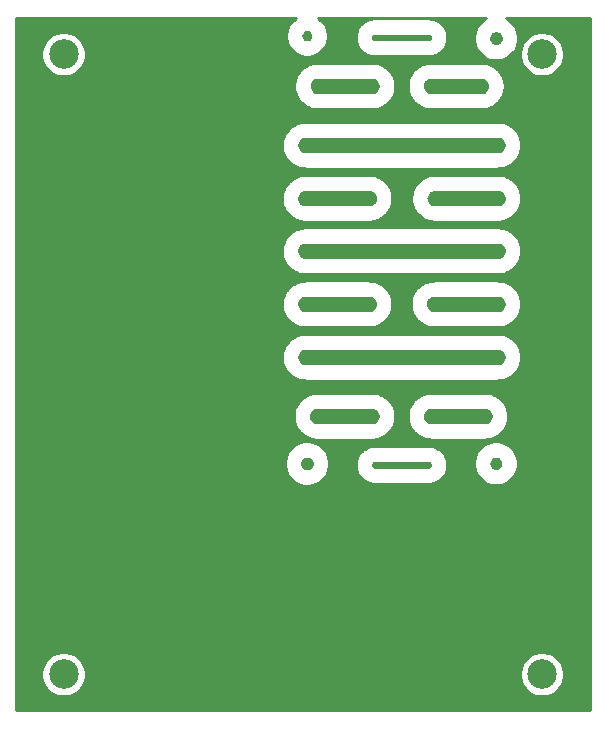
<source format=gbr>
G04 #@! TF.GenerationSoftware,KiCad,Pcbnew,5.1.5-52549c5~84~ubuntu18.04.1*
G04 #@! TF.CreationDate,2020-01-25T12:19:37+01:00*
G04 #@! TF.ProjectId,Nokolino_top,4e6f6b6f-6c69-46e6-9f5f-746f702e6b69,rev?*
G04 #@! TF.SameCoordinates,Original*
G04 #@! TF.FileFunction,Copper,L2,Bot*
G04 #@! TF.FilePolarity,Positive*
%FSLAX46Y46*%
G04 Gerber Fmt 4.6, Leading zero omitted, Abs format (unit mm)*
G04 Created by KiCad (PCBNEW 5.1.5-52549c5~84~ubuntu18.04.1) date 2020-01-25 12:19:37*
%MOMM*%
%LPD*%
G04 APERTURE LIST*
%ADD10C,2.499360*%
%ADD11C,0.254000*%
G04 APERTURE END LIST*
D10*
X104750000Y-53750000D03*
X104750000Y-106250000D03*
X145250000Y-106250000D03*
X145250000Y-53750000D03*
D11*
G36*
X124217885Y-50820514D02*
G01*
X123970514Y-51067885D01*
X123776156Y-51358763D01*
X123642280Y-51681969D01*
X123574030Y-52025082D01*
X123574030Y-52374918D01*
X123642280Y-52718031D01*
X123776156Y-53041237D01*
X123970514Y-53332115D01*
X124217885Y-53579486D01*
X124508763Y-53773844D01*
X124831969Y-53907720D01*
X125175082Y-53975970D01*
X125524918Y-53975970D01*
X125868031Y-53907720D01*
X126191237Y-53773844D01*
X126482115Y-53579486D01*
X126729486Y-53332115D01*
X126923844Y-53041237D01*
X127057720Y-52718031D01*
X127125970Y-52374918D01*
X127125970Y-52352601D01*
X129465005Y-52352601D01*
X129465026Y-52358535D01*
X129468270Y-52390458D01*
X129468046Y-52422548D01*
X129469047Y-52432761D01*
X129486387Y-52597743D01*
X129499785Y-52663013D01*
X129512265Y-52728436D01*
X129515231Y-52738260D01*
X129564286Y-52896732D01*
X129590114Y-52958174D01*
X129615057Y-53019911D01*
X129619874Y-53028972D01*
X129698776Y-53174898D01*
X129736054Y-53230164D01*
X129772506Y-53285868D01*
X129778991Y-53293821D01*
X129884734Y-53421642D01*
X129932024Y-53468603D01*
X129978612Y-53516177D01*
X129986519Y-53522719D01*
X130115075Y-53627567D01*
X130170617Y-53664469D01*
X130225529Y-53702068D01*
X130234556Y-53706950D01*
X130381029Y-53784831D01*
X130442642Y-53810226D01*
X130503848Y-53836459D01*
X130513651Y-53839494D01*
X130672462Y-53887442D01*
X130737858Y-53900391D01*
X130802972Y-53914231D01*
X130813174Y-53915304D01*
X130813178Y-53915304D01*
X130978277Y-53931492D01*
X131013895Y-53935000D01*
X135686105Y-53935000D01*
X135717397Y-53931918D01*
X135722548Y-53931954D01*
X135732761Y-53930953D01*
X135897743Y-53913613D01*
X135963013Y-53900215D01*
X136028436Y-53887735D01*
X136038260Y-53884769D01*
X136196732Y-53835714D01*
X136258174Y-53809886D01*
X136319911Y-53784943D01*
X136328972Y-53780126D01*
X136474898Y-53701224D01*
X136530164Y-53663946D01*
X136585868Y-53627494D01*
X136593821Y-53621009D01*
X136721642Y-53515266D01*
X136768603Y-53467976D01*
X136816177Y-53421388D01*
X136822719Y-53413481D01*
X136927567Y-53284925D01*
X136964469Y-53229383D01*
X137002068Y-53174471D01*
X137006950Y-53165444D01*
X137084831Y-53018971D01*
X137110226Y-52957358D01*
X137136459Y-52896152D01*
X137139494Y-52886349D01*
X137187442Y-52727538D01*
X137200391Y-52662142D01*
X137214231Y-52597028D01*
X137215304Y-52586822D01*
X137231492Y-52421723D01*
X137231492Y-52339597D01*
X137234960Y-52307661D01*
X137234995Y-52297399D01*
X137234974Y-52291465D01*
X137231730Y-52259542D01*
X137231954Y-52227452D01*
X137230953Y-52217239D01*
X137213613Y-52052257D01*
X137200215Y-51986987D01*
X137187735Y-51921564D01*
X137184769Y-51911740D01*
X137135714Y-51753268D01*
X137109886Y-51691826D01*
X137084943Y-51630089D01*
X137080125Y-51621028D01*
X137001224Y-51475102D01*
X136963936Y-51419820D01*
X136927494Y-51364132D01*
X136921009Y-51356179D01*
X136815266Y-51228358D01*
X136767976Y-51181397D01*
X136721388Y-51133823D01*
X136713487Y-51127287D01*
X136713480Y-51127280D01*
X136713472Y-51127275D01*
X136584925Y-51022433D01*
X136529368Y-50985521D01*
X136474471Y-50947932D01*
X136465444Y-50943050D01*
X136318971Y-50865169D01*
X136257358Y-50839774D01*
X136196152Y-50813541D01*
X136186349Y-50810506D01*
X136027538Y-50762558D01*
X135962155Y-50749612D01*
X135897028Y-50735769D01*
X135886824Y-50734696D01*
X135886822Y-50734696D01*
X135721723Y-50718508D01*
X135686105Y-50715000D01*
X131013895Y-50715000D01*
X130982603Y-50718082D01*
X130977452Y-50718046D01*
X130967239Y-50719047D01*
X130802257Y-50736387D01*
X130736987Y-50749785D01*
X130671564Y-50762265D01*
X130661740Y-50765231D01*
X130503268Y-50814286D01*
X130441826Y-50840114D01*
X130380089Y-50865057D01*
X130371033Y-50869872D01*
X130371029Y-50869874D01*
X130371028Y-50869875D01*
X130225102Y-50948776D01*
X130169820Y-50986064D01*
X130114132Y-51022506D01*
X130106179Y-51028991D01*
X129978358Y-51134734D01*
X129931397Y-51182024D01*
X129883823Y-51228612D01*
X129877287Y-51236513D01*
X129877280Y-51236520D01*
X129877275Y-51236528D01*
X129772433Y-51365075D01*
X129735521Y-51420632D01*
X129697932Y-51475529D01*
X129693050Y-51484556D01*
X129615169Y-51631029D01*
X129589774Y-51692642D01*
X129563541Y-51753848D01*
X129560506Y-51763651D01*
X129512558Y-51922462D01*
X129499612Y-51987845D01*
X129485769Y-52052972D01*
X129484696Y-52063178D01*
X129468508Y-52228277D01*
X129468508Y-52310403D01*
X129465040Y-52342339D01*
X129465005Y-52352601D01*
X127125970Y-52352601D01*
X127125970Y-52025082D01*
X127057720Y-51681969D01*
X126923844Y-51358763D01*
X126729486Y-51067885D01*
X126482115Y-50820514D01*
X126316719Y-50710000D01*
X140501538Y-50710000D01*
X140456621Y-50728605D01*
X140147714Y-50935010D01*
X139885010Y-51197714D01*
X139678605Y-51506621D01*
X139536431Y-51849860D01*
X139463951Y-52214240D01*
X139463951Y-52585760D01*
X139536431Y-52950140D01*
X139678605Y-53293379D01*
X139885010Y-53602286D01*
X140147714Y-53864990D01*
X140456621Y-54071395D01*
X140799860Y-54213569D01*
X141164240Y-54286049D01*
X141535760Y-54286049D01*
X141900140Y-54213569D01*
X142243379Y-54071395D01*
X142552286Y-53864990D01*
X142814990Y-53602286D01*
X142840321Y-53564375D01*
X143365320Y-53564375D01*
X143365320Y-53935625D01*
X143437747Y-54299741D01*
X143579818Y-54642731D01*
X143786074Y-54951413D01*
X144048587Y-55213926D01*
X144357269Y-55420182D01*
X144700259Y-55562253D01*
X145064375Y-55634680D01*
X145435625Y-55634680D01*
X145799741Y-55562253D01*
X146142731Y-55420182D01*
X146451413Y-55213926D01*
X146713926Y-54951413D01*
X146920182Y-54642731D01*
X147062253Y-54299741D01*
X147134680Y-53935625D01*
X147134680Y-53564375D01*
X147062253Y-53200259D01*
X146920182Y-52857269D01*
X146713926Y-52548587D01*
X146451413Y-52286074D01*
X146142731Y-52079818D01*
X145799741Y-51937747D01*
X145435625Y-51865320D01*
X145064375Y-51865320D01*
X144700259Y-51937747D01*
X144357269Y-52079818D01*
X144048587Y-52286074D01*
X143786074Y-52548587D01*
X143579818Y-52857269D01*
X143437747Y-53200259D01*
X143365320Y-53564375D01*
X142840321Y-53564375D01*
X143021395Y-53293379D01*
X143163569Y-52950140D01*
X143236049Y-52585760D01*
X143236049Y-52214240D01*
X143163569Y-51849860D01*
X143021395Y-51506621D01*
X142814990Y-51197714D01*
X142552286Y-50935010D01*
X142243379Y-50728605D01*
X142198462Y-50710000D01*
X149290001Y-50710000D01*
X149290000Y-109290000D01*
X100710000Y-109290000D01*
X100710000Y-106064375D01*
X102865320Y-106064375D01*
X102865320Y-106435625D01*
X102937747Y-106799741D01*
X103079818Y-107142731D01*
X103286074Y-107451413D01*
X103548587Y-107713926D01*
X103857269Y-107920182D01*
X104200259Y-108062253D01*
X104564375Y-108134680D01*
X104935625Y-108134680D01*
X105299741Y-108062253D01*
X105642731Y-107920182D01*
X105951413Y-107713926D01*
X106213926Y-107451413D01*
X106420182Y-107142731D01*
X106562253Y-106799741D01*
X106634680Y-106435625D01*
X106634680Y-106064375D01*
X143365320Y-106064375D01*
X143365320Y-106435625D01*
X143437747Y-106799741D01*
X143579818Y-107142731D01*
X143786074Y-107451413D01*
X144048587Y-107713926D01*
X144357269Y-107920182D01*
X144700259Y-108062253D01*
X145064375Y-108134680D01*
X145435625Y-108134680D01*
X145799741Y-108062253D01*
X146142731Y-107920182D01*
X146451413Y-107713926D01*
X146713926Y-107451413D01*
X146920182Y-107142731D01*
X147062253Y-106799741D01*
X147134680Y-106435625D01*
X147134680Y-106064375D01*
X147062253Y-105700259D01*
X146920182Y-105357269D01*
X146713926Y-105048587D01*
X146451413Y-104786074D01*
X146142731Y-104579818D01*
X145799741Y-104437747D01*
X145435625Y-104365320D01*
X145064375Y-104365320D01*
X144700259Y-104437747D01*
X144357269Y-104579818D01*
X144048587Y-104786074D01*
X143786074Y-105048587D01*
X143579818Y-105357269D01*
X143437747Y-105700259D01*
X143365320Y-106064375D01*
X106634680Y-106064375D01*
X106562253Y-105700259D01*
X106420182Y-105357269D01*
X106213926Y-105048587D01*
X105951413Y-104786074D01*
X105642731Y-104579818D01*
X105299741Y-104437747D01*
X104935625Y-104365320D01*
X104564375Y-104365320D01*
X104200259Y-104437747D01*
X103857269Y-104579818D01*
X103548587Y-104786074D01*
X103286074Y-105048587D01*
X103079818Y-105357269D01*
X102937747Y-105700259D01*
X102865320Y-106064375D01*
X100710000Y-106064375D01*
X100710000Y-88214240D01*
X123463951Y-88214240D01*
X123463951Y-88585760D01*
X123536431Y-88950140D01*
X123678605Y-89293379D01*
X123885010Y-89602286D01*
X124147714Y-89864990D01*
X124456621Y-90071395D01*
X124799860Y-90213569D01*
X125164240Y-90286049D01*
X125535760Y-90286049D01*
X125900140Y-90213569D01*
X126243379Y-90071395D01*
X126552286Y-89864990D01*
X126814990Y-89602286D01*
X127021395Y-89293379D01*
X127163569Y-88950140D01*
X127236049Y-88585760D01*
X127236049Y-88552601D01*
X129465005Y-88552601D01*
X129465026Y-88558535D01*
X129468270Y-88590458D01*
X129468046Y-88622548D01*
X129469047Y-88632761D01*
X129486387Y-88797743D01*
X129499785Y-88863013D01*
X129512265Y-88928436D01*
X129515231Y-88938260D01*
X129564286Y-89096732D01*
X129590114Y-89158174D01*
X129615057Y-89219911D01*
X129619874Y-89228972D01*
X129698776Y-89374898D01*
X129736054Y-89430164D01*
X129772506Y-89485868D01*
X129778991Y-89493821D01*
X129884734Y-89621642D01*
X129932024Y-89668603D01*
X129978612Y-89716177D01*
X129986519Y-89722719D01*
X130115075Y-89827567D01*
X130170617Y-89864469D01*
X130225529Y-89902068D01*
X130234556Y-89906950D01*
X130381029Y-89984831D01*
X130442642Y-90010226D01*
X130503848Y-90036459D01*
X130513651Y-90039494D01*
X130672462Y-90087442D01*
X130737858Y-90100391D01*
X130802972Y-90114231D01*
X130813174Y-90115304D01*
X130813178Y-90115304D01*
X130978277Y-90131492D01*
X131013895Y-90135000D01*
X135686105Y-90135000D01*
X135717397Y-90131918D01*
X135722548Y-90131954D01*
X135732761Y-90130953D01*
X135897743Y-90113613D01*
X135963013Y-90100215D01*
X136028436Y-90087735D01*
X136038260Y-90084769D01*
X136196732Y-90035714D01*
X136258174Y-90009886D01*
X136319911Y-89984943D01*
X136328972Y-89980126D01*
X136474898Y-89901224D01*
X136530164Y-89863946D01*
X136585868Y-89827494D01*
X136593821Y-89821009D01*
X136721642Y-89715266D01*
X136768603Y-89667976D01*
X136816177Y-89621388D01*
X136822719Y-89613481D01*
X136927567Y-89484925D01*
X136964469Y-89429383D01*
X137002068Y-89374471D01*
X137006950Y-89365444D01*
X137084831Y-89218971D01*
X137110226Y-89157358D01*
X137136459Y-89096152D01*
X137139494Y-89086349D01*
X137187442Y-88927538D01*
X137200391Y-88862142D01*
X137214231Y-88797028D01*
X137215304Y-88786822D01*
X137231492Y-88621723D01*
X137231492Y-88539597D01*
X137234960Y-88507661D01*
X137234995Y-88497399D01*
X137234974Y-88491465D01*
X137231730Y-88459542D01*
X137231954Y-88427452D01*
X137230953Y-88417239D01*
X137213613Y-88252257D01*
X137206255Y-88216411D01*
X139485985Y-88216411D01*
X139485985Y-88583589D01*
X139557618Y-88943713D01*
X139698131Y-89282942D01*
X139902125Y-89588240D01*
X140161760Y-89847875D01*
X140467058Y-90051869D01*
X140806287Y-90192382D01*
X141166411Y-90264015D01*
X141533589Y-90264015D01*
X141893713Y-90192382D01*
X142232942Y-90051869D01*
X142538240Y-89847875D01*
X142797875Y-89588240D01*
X143001869Y-89282942D01*
X143142382Y-88943713D01*
X143214015Y-88583589D01*
X143214015Y-88216411D01*
X143142382Y-87856287D01*
X143001869Y-87517058D01*
X142797875Y-87211760D01*
X142538240Y-86952125D01*
X142232942Y-86748131D01*
X141893713Y-86607618D01*
X141533589Y-86535985D01*
X141166411Y-86535985D01*
X140806287Y-86607618D01*
X140467058Y-86748131D01*
X140161760Y-86952125D01*
X139902125Y-87211760D01*
X139698131Y-87517058D01*
X139557618Y-87856287D01*
X139485985Y-88216411D01*
X137206255Y-88216411D01*
X137200215Y-88186987D01*
X137187735Y-88121564D01*
X137184769Y-88111740D01*
X137135714Y-87953268D01*
X137109886Y-87891826D01*
X137084943Y-87830089D01*
X137080125Y-87821028D01*
X137001224Y-87675102D01*
X136963936Y-87619820D01*
X136927494Y-87564132D01*
X136921009Y-87556179D01*
X136815266Y-87428358D01*
X136767976Y-87381397D01*
X136721388Y-87333823D01*
X136713487Y-87327287D01*
X136713480Y-87327280D01*
X136713472Y-87327275D01*
X136584925Y-87222433D01*
X136529368Y-87185521D01*
X136474471Y-87147932D01*
X136465444Y-87143050D01*
X136318971Y-87065169D01*
X136257358Y-87039774D01*
X136196152Y-87013541D01*
X136186349Y-87010506D01*
X136027538Y-86962558D01*
X135962155Y-86949612D01*
X135897028Y-86935769D01*
X135886824Y-86934696D01*
X135886822Y-86934696D01*
X135721723Y-86918508D01*
X135686105Y-86915000D01*
X131013895Y-86915000D01*
X130982603Y-86918082D01*
X130977452Y-86918046D01*
X130967239Y-86919047D01*
X130802257Y-86936387D01*
X130736987Y-86949785D01*
X130671564Y-86962265D01*
X130661740Y-86965231D01*
X130503268Y-87014286D01*
X130441826Y-87040114D01*
X130380089Y-87065057D01*
X130371033Y-87069872D01*
X130371029Y-87069874D01*
X130371028Y-87069875D01*
X130225102Y-87148776D01*
X130169820Y-87186064D01*
X130114132Y-87222506D01*
X130106179Y-87228991D01*
X129978358Y-87334734D01*
X129931397Y-87382024D01*
X129883823Y-87428612D01*
X129877287Y-87436513D01*
X129877280Y-87436520D01*
X129877275Y-87436528D01*
X129772433Y-87565075D01*
X129735521Y-87620632D01*
X129697932Y-87675529D01*
X129693050Y-87684556D01*
X129615169Y-87831029D01*
X129589774Y-87892642D01*
X129563541Y-87953848D01*
X129560506Y-87963651D01*
X129512558Y-88122462D01*
X129499612Y-88187845D01*
X129485769Y-88252972D01*
X129484696Y-88263178D01*
X129468508Y-88428277D01*
X129468508Y-88510403D01*
X129465040Y-88542339D01*
X129465005Y-88552601D01*
X127236049Y-88552601D01*
X127236049Y-88214240D01*
X127163569Y-87849860D01*
X127021395Y-87506621D01*
X126814990Y-87197714D01*
X126552286Y-86935010D01*
X126243379Y-86728605D01*
X125900140Y-86586431D01*
X125535760Y-86513951D01*
X125164240Y-86513951D01*
X124799860Y-86586431D01*
X124456621Y-86728605D01*
X124147714Y-86935010D01*
X123885010Y-87197714D01*
X123678605Y-87506621D01*
X123536431Y-87849860D01*
X123463951Y-88214240D01*
X100710000Y-88214240D01*
X100710000Y-84402527D01*
X124215004Y-84402527D01*
X124215034Y-84411254D01*
X124218280Y-84443227D01*
X124218056Y-84475344D01*
X124219057Y-84485557D01*
X124244558Y-84728177D01*
X124257954Y-84793435D01*
X124270436Y-84858868D01*
X124273401Y-84868692D01*
X124345541Y-85101739D01*
X124371385Y-85163219D01*
X124396312Y-85224916D01*
X124401129Y-85233977D01*
X124517161Y-85448575D01*
X124554431Y-85503830D01*
X124590890Y-85559545D01*
X124597376Y-85567498D01*
X124752880Y-85755470D01*
X124800186Y-85802447D01*
X124846758Y-85850005D01*
X124854665Y-85856547D01*
X125043719Y-86010736D01*
X125099242Y-86047626D01*
X125154172Y-86085237D01*
X125163194Y-86090115D01*
X125163198Y-86090118D01*
X125163202Y-86090120D01*
X125378600Y-86204649D01*
X125440218Y-86230046D01*
X125501422Y-86256278D01*
X125511217Y-86259311D01*
X125511223Y-86259313D01*
X125511229Y-86259314D01*
X125744770Y-86329824D01*
X125810130Y-86342766D01*
X125875278Y-86356613D01*
X125885484Y-86357686D01*
X126128276Y-86381492D01*
X126128277Y-86381492D01*
X126163895Y-86385000D01*
X130886105Y-86385000D01*
X130917677Y-86381890D01*
X130925344Y-86381944D01*
X130935557Y-86380943D01*
X131178177Y-86355442D01*
X131243435Y-86342046D01*
X131308868Y-86329564D01*
X131318692Y-86326599D01*
X131551739Y-86254459D01*
X131613219Y-86228615D01*
X131674916Y-86203688D01*
X131683977Y-86198871D01*
X131898575Y-86082839D01*
X131953830Y-86045569D01*
X132009545Y-86009110D01*
X132017498Y-86002624D01*
X132205470Y-85847120D01*
X132252447Y-85799814D01*
X132300005Y-85753242D01*
X132306547Y-85745335D01*
X132460736Y-85556281D01*
X132497626Y-85500758D01*
X132535237Y-85445828D01*
X132540115Y-85436806D01*
X132540118Y-85436802D01*
X132540120Y-85436798D01*
X132654649Y-85221400D01*
X132680046Y-85159782D01*
X132706278Y-85098578D01*
X132709311Y-85088783D01*
X132709313Y-85088777D01*
X132709314Y-85088771D01*
X132779824Y-84855230D01*
X132792766Y-84789870D01*
X132806613Y-84724722D01*
X132807686Y-84714516D01*
X132831492Y-84471724D01*
X132831492Y-84439634D01*
X132834959Y-84407736D01*
X132834977Y-84402527D01*
X133865004Y-84402527D01*
X133865034Y-84411254D01*
X133868280Y-84443227D01*
X133868056Y-84475344D01*
X133869057Y-84485557D01*
X133894558Y-84728177D01*
X133907954Y-84793435D01*
X133920436Y-84858868D01*
X133923401Y-84868692D01*
X133995541Y-85101739D01*
X134021385Y-85163219D01*
X134046312Y-85224916D01*
X134051129Y-85233977D01*
X134167161Y-85448575D01*
X134204431Y-85503830D01*
X134240890Y-85559545D01*
X134247376Y-85567498D01*
X134402880Y-85755470D01*
X134450186Y-85802447D01*
X134496758Y-85850005D01*
X134504665Y-85856547D01*
X134693719Y-86010736D01*
X134749242Y-86047626D01*
X134804172Y-86085237D01*
X134813194Y-86090115D01*
X134813198Y-86090118D01*
X134813202Y-86090120D01*
X135028600Y-86204649D01*
X135090218Y-86230046D01*
X135151422Y-86256278D01*
X135161217Y-86259311D01*
X135161223Y-86259313D01*
X135161229Y-86259314D01*
X135394770Y-86329824D01*
X135460130Y-86342766D01*
X135525278Y-86356613D01*
X135535484Y-86357686D01*
X135632190Y-86367168D01*
X135655915Y-86374365D01*
X135763895Y-86385000D01*
X140486105Y-86385000D01*
X140594085Y-86374365D01*
X140618445Y-86366976D01*
X140728177Y-86355442D01*
X140793435Y-86342046D01*
X140858868Y-86329564D01*
X140868692Y-86326599D01*
X141101739Y-86254459D01*
X141163219Y-86228615D01*
X141224916Y-86203688D01*
X141233977Y-86198871D01*
X141448575Y-86082839D01*
X141503830Y-86045569D01*
X141559545Y-86009110D01*
X141567498Y-86002624D01*
X141755470Y-85847120D01*
X141802447Y-85799814D01*
X141850005Y-85753242D01*
X141856547Y-85745335D01*
X142010736Y-85556281D01*
X142047626Y-85500758D01*
X142085237Y-85445828D01*
X142090115Y-85436806D01*
X142090118Y-85436802D01*
X142090120Y-85436798D01*
X142204649Y-85221400D01*
X142230046Y-85159782D01*
X142256278Y-85098578D01*
X142259311Y-85088783D01*
X142259313Y-85088777D01*
X142259314Y-85088771D01*
X142329824Y-84855230D01*
X142342766Y-84789870D01*
X142356613Y-84724722D01*
X142357686Y-84714516D01*
X142381492Y-84471724D01*
X142381492Y-84439634D01*
X142384959Y-84407736D01*
X142384996Y-84397473D01*
X142384966Y-84388746D01*
X142381720Y-84356773D01*
X142381944Y-84324656D01*
X142380943Y-84314442D01*
X142355442Y-84071823D01*
X142342045Y-84006558D01*
X142329564Y-83941132D01*
X142326599Y-83931308D01*
X142254459Y-83698261D01*
X142228641Y-83636842D01*
X142203689Y-83575084D01*
X142198871Y-83566023D01*
X142082839Y-83351426D01*
X142045565Y-83296165D01*
X142009110Y-83240455D01*
X142002624Y-83232502D01*
X141847120Y-83044530D01*
X141799814Y-82997553D01*
X141753242Y-82949995D01*
X141745335Y-82943453D01*
X141556281Y-82789264D01*
X141500773Y-82752385D01*
X141445828Y-82714763D01*
X141436801Y-82709882D01*
X141221400Y-82595351D01*
X141159810Y-82569966D01*
X141098578Y-82543722D01*
X141088775Y-82540687D01*
X140855230Y-82470176D01*
X140789863Y-82457233D01*
X140724722Y-82443387D01*
X140714516Y-82442314D01*
X140617810Y-82432832D01*
X140594085Y-82425635D01*
X140486105Y-82415000D01*
X135813895Y-82415000D01*
X135720167Y-82424231D01*
X135600079Y-82432017D01*
X135534306Y-82442799D01*
X135468458Y-82452651D01*
X135458523Y-82455221D01*
X135222590Y-82518040D01*
X135160203Y-82541377D01*
X135097482Y-82563846D01*
X135088236Y-82568298D01*
X134868998Y-82675746D01*
X134812293Y-82710781D01*
X134755169Y-82744981D01*
X134746963Y-82751144D01*
X134552770Y-82899129D01*
X134503963Y-82944499D01*
X134454557Y-82989155D01*
X134447705Y-82996794D01*
X134285955Y-83179680D01*
X134246874Y-83233687D01*
X134207100Y-83287066D01*
X134201862Y-83295891D01*
X134078715Y-83506711D01*
X134050873Y-83567269D01*
X134022219Y-83627369D01*
X134018794Y-83637043D01*
X133938941Y-83867768D01*
X133923392Y-83932579D01*
X133906957Y-83997101D01*
X133905477Y-84007256D01*
X133871959Y-84249097D01*
X133866926Y-84374917D01*
X133865041Y-84392264D01*
X133865004Y-84402527D01*
X132834977Y-84402527D01*
X132834996Y-84397473D01*
X132834966Y-84388746D01*
X132831720Y-84356773D01*
X132831944Y-84324656D01*
X132830943Y-84314442D01*
X132805442Y-84071823D01*
X132792045Y-84006558D01*
X132779564Y-83941132D01*
X132776599Y-83931308D01*
X132704459Y-83698261D01*
X132678641Y-83636842D01*
X132653689Y-83575084D01*
X132648871Y-83566023D01*
X132532839Y-83351426D01*
X132495565Y-83296165D01*
X132459110Y-83240455D01*
X132452624Y-83232502D01*
X132297120Y-83044530D01*
X132249814Y-82997553D01*
X132203242Y-82949995D01*
X132195335Y-82943453D01*
X132006281Y-82789264D01*
X131950773Y-82752385D01*
X131895828Y-82714763D01*
X131886801Y-82709882D01*
X131671400Y-82595351D01*
X131609810Y-82569966D01*
X131548578Y-82543722D01*
X131538775Y-82540687D01*
X131305230Y-82470176D01*
X131239863Y-82457233D01*
X131174722Y-82443387D01*
X131164516Y-82442314D01*
X130921723Y-82418508D01*
X130886105Y-82415000D01*
X126213895Y-82415000D01*
X126206364Y-82415742D01*
X126203965Y-82415629D01*
X126193720Y-82416221D01*
X125950079Y-82432017D01*
X125884306Y-82442799D01*
X125818458Y-82452651D01*
X125808523Y-82455221D01*
X125572590Y-82518040D01*
X125510203Y-82541377D01*
X125447482Y-82563846D01*
X125438236Y-82568298D01*
X125218998Y-82675746D01*
X125162293Y-82710781D01*
X125105169Y-82744981D01*
X125096963Y-82751144D01*
X124902770Y-82899129D01*
X124853963Y-82944499D01*
X124804557Y-82989155D01*
X124797705Y-82996794D01*
X124635955Y-83179680D01*
X124596874Y-83233687D01*
X124557100Y-83287066D01*
X124551862Y-83295891D01*
X124428715Y-83506711D01*
X124400873Y-83567269D01*
X124372219Y-83627369D01*
X124368794Y-83637043D01*
X124288941Y-83867768D01*
X124273392Y-83932579D01*
X124256957Y-83997101D01*
X124255477Y-84007256D01*
X124221959Y-84249097D01*
X124216926Y-84374917D01*
X124215041Y-84392264D01*
X124215004Y-84402527D01*
X100710000Y-84402527D01*
X100710000Y-79402527D01*
X123215004Y-79402527D01*
X123215034Y-79411254D01*
X123218280Y-79443227D01*
X123218056Y-79475344D01*
X123219057Y-79485557D01*
X123244558Y-79728177D01*
X123257954Y-79793435D01*
X123270436Y-79858868D01*
X123273401Y-79868692D01*
X123345541Y-80101739D01*
X123371385Y-80163219D01*
X123396312Y-80224916D01*
X123401129Y-80233977D01*
X123517161Y-80448575D01*
X123554431Y-80503830D01*
X123590890Y-80559545D01*
X123597376Y-80567498D01*
X123752880Y-80755470D01*
X123800186Y-80802447D01*
X123846758Y-80850005D01*
X123854665Y-80856547D01*
X124043719Y-81010736D01*
X124099242Y-81047626D01*
X124154172Y-81085237D01*
X124163194Y-81090115D01*
X124163198Y-81090118D01*
X124163202Y-81090120D01*
X124378600Y-81204649D01*
X124440218Y-81230046D01*
X124501422Y-81256278D01*
X124511217Y-81259311D01*
X124511223Y-81259313D01*
X124511229Y-81259314D01*
X124744770Y-81329824D01*
X124810130Y-81342766D01*
X124875278Y-81356613D01*
X124885484Y-81357686D01*
X125128276Y-81381492D01*
X125128277Y-81381492D01*
X125163895Y-81385000D01*
X141536105Y-81385000D01*
X141567677Y-81381890D01*
X141575344Y-81381944D01*
X141585557Y-81380943D01*
X141828177Y-81355442D01*
X141893435Y-81342046D01*
X141958868Y-81329564D01*
X141968692Y-81326599D01*
X142201739Y-81254459D01*
X142263219Y-81228615D01*
X142324916Y-81203688D01*
X142333977Y-81198871D01*
X142548575Y-81082839D01*
X142603830Y-81045569D01*
X142659545Y-81009110D01*
X142667498Y-81002624D01*
X142855470Y-80847120D01*
X142902447Y-80799814D01*
X142950005Y-80753242D01*
X142956547Y-80745335D01*
X143110736Y-80556281D01*
X143147626Y-80500758D01*
X143185237Y-80445828D01*
X143190115Y-80436806D01*
X143190118Y-80436802D01*
X143190120Y-80436798D01*
X143304649Y-80221400D01*
X143330046Y-80159782D01*
X143356278Y-80098578D01*
X143359311Y-80088783D01*
X143359313Y-80088777D01*
X143359314Y-80088771D01*
X143429824Y-79855230D01*
X143442766Y-79789870D01*
X143456613Y-79724722D01*
X143457686Y-79714516D01*
X143481492Y-79471724D01*
X143481492Y-79439634D01*
X143484959Y-79407736D01*
X143484996Y-79397473D01*
X143484966Y-79388746D01*
X143481720Y-79356773D01*
X143481944Y-79324656D01*
X143480943Y-79314442D01*
X143455442Y-79071823D01*
X143442045Y-79006558D01*
X143429564Y-78941132D01*
X143426599Y-78931308D01*
X143354459Y-78698261D01*
X143328641Y-78636842D01*
X143303689Y-78575084D01*
X143298871Y-78566023D01*
X143182839Y-78351426D01*
X143145565Y-78296165D01*
X143109110Y-78240455D01*
X143102624Y-78232502D01*
X142947120Y-78044530D01*
X142899814Y-77997553D01*
X142853242Y-77949995D01*
X142845335Y-77943453D01*
X142656281Y-77789264D01*
X142600773Y-77752385D01*
X142545828Y-77714763D01*
X142536801Y-77709882D01*
X142321400Y-77595351D01*
X142259810Y-77569966D01*
X142198578Y-77543722D01*
X142188775Y-77540687D01*
X141955230Y-77470176D01*
X141889863Y-77457233D01*
X141824722Y-77443387D01*
X141814516Y-77442314D01*
X141571723Y-77418508D01*
X141536105Y-77415000D01*
X125163895Y-77415000D01*
X125070167Y-77424231D01*
X124950079Y-77432017D01*
X124884306Y-77442799D01*
X124818458Y-77452651D01*
X124808523Y-77455221D01*
X124572590Y-77518040D01*
X124510203Y-77541377D01*
X124447482Y-77563846D01*
X124438236Y-77568298D01*
X124218998Y-77675746D01*
X124162293Y-77710781D01*
X124105169Y-77744981D01*
X124096963Y-77751144D01*
X123902770Y-77899129D01*
X123853963Y-77944499D01*
X123804557Y-77989155D01*
X123797705Y-77996794D01*
X123635955Y-78179680D01*
X123596874Y-78233687D01*
X123557100Y-78287066D01*
X123551862Y-78295891D01*
X123428715Y-78506711D01*
X123400873Y-78567269D01*
X123372219Y-78627369D01*
X123368794Y-78637043D01*
X123288941Y-78867768D01*
X123273392Y-78932579D01*
X123256957Y-78997101D01*
X123255477Y-79007256D01*
X123221959Y-79249097D01*
X123216926Y-79374917D01*
X123215041Y-79392264D01*
X123215004Y-79402527D01*
X100710000Y-79402527D01*
X100710000Y-74902527D01*
X123215004Y-74902527D01*
X123215034Y-74911254D01*
X123218280Y-74943227D01*
X123218056Y-74975344D01*
X123219057Y-74985557D01*
X123244558Y-75228177D01*
X123257954Y-75293435D01*
X123270436Y-75358868D01*
X123273401Y-75368692D01*
X123345541Y-75601739D01*
X123371385Y-75663219D01*
X123396312Y-75724916D01*
X123401129Y-75733977D01*
X123517161Y-75948575D01*
X123554431Y-76003830D01*
X123590890Y-76059545D01*
X123597376Y-76067498D01*
X123752880Y-76255470D01*
X123800186Y-76302447D01*
X123846758Y-76350005D01*
X123854665Y-76356547D01*
X124043719Y-76510736D01*
X124099242Y-76547626D01*
X124154172Y-76585237D01*
X124163194Y-76590115D01*
X124163198Y-76590118D01*
X124163202Y-76590120D01*
X124378600Y-76704649D01*
X124440218Y-76730046D01*
X124501422Y-76756278D01*
X124511217Y-76759311D01*
X124511223Y-76759313D01*
X124511229Y-76759314D01*
X124744770Y-76829824D01*
X124810130Y-76842766D01*
X124875278Y-76856613D01*
X124885484Y-76857686D01*
X125128276Y-76881492D01*
X125128277Y-76881492D01*
X125163895Y-76885000D01*
X130636105Y-76885000D01*
X130667677Y-76881890D01*
X130675344Y-76881944D01*
X130685557Y-76880943D01*
X130928177Y-76855442D01*
X130993435Y-76842046D01*
X131058868Y-76829564D01*
X131068692Y-76826599D01*
X131301739Y-76754459D01*
X131363219Y-76728615D01*
X131424916Y-76703688D01*
X131433977Y-76698871D01*
X131648575Y-76582839D01*
X131703830Y-76545569D01*
X131759545Y-76509110D01*
X131767498Y-76502624D01*
X131955470Y-76347120D01*
X132002447Y-76299814D01*
X132050005Y-76253242D01*
X132056547Y-76245335D01*
X132210736Y-76056281D01*
X132247626Y-76000758D01*
X132285237Y-75945828D01*
X132290115Y-75936806D01*
X132290118Y-75936802D01*
X132290120Y-75936798D01*
X132404649Y-75721400D01*
X132430046Y-75659782D01*
X132456278Y-75598578D01*
X132459311Y-75588783D01*
X132459313Y-75588777D01*
X132459314Y-75588771D01*
X132529824Y-75355230D01*
X132542766Y-75289870D01*
X132556613Y-75224722D01*
X132557686Y-75214516D01*
X132581492Y-74971724D01*
X132581492Y-74939634D01*
X132584959Y-74907736D01*
X132584977Y-74902527D01*
X134115004Y-74902527D01*
X134115034Y-74911254D01*
X134118280Y-74943227D01*
X134118056Y-74975344D01*
X134119057Y-74985557D01*
X134144558Y-75228177D01*
X134157954Y-75293435D01*
X134170436Y-75358868D01*
X134173401Y-75368692D01*
X134245541Y-75601739D01*
X134271385Y-75663219D01*
X134296312Y-75724916D01*
X134301129Y-75733977D01*
X134417161Y-75948575D01*
X134454431Y-76003830D01*
X134490890Y-76059545D01*
X134497376Y-76067498D01*
X134652880Y-76255470D01*
X134700186Y-76302447D01*
X134746758Y-76350005D01*
X134754665Y-76356547D01*
X134943719Y-76510736D01*
X134999242Y-76547626D01*
X135054172Y-76585237D01*
X135063194Y-76590115D01*
X135063198Y-76590118D01*
X135063202Y-76590120D01*
X135278600Y-76704649D01*
X135340218Y-76730046D01*
X135401422Y-76756278D01*
X135411217Y-76759311D01*
X135411223Y-76759313D01*
X135411229Y-76759314D01*
X135644770Y-76829824D01*
X135710130Y-76842766D01*
X135775278Y-76856613D01*
X135785484Y-76857686D01*
X136028276Y-76881492D01*
X136078277Y-76881492D01*
X136113895Y-76885000D01*
X141536105Y-76885000D01*
X141567677Y-76881890D01*
X141575344Y-76881944D01*
X141585557Y-76880943D01*
X141828177Y-76855442D01*
X141893435Y-76842046D01*
X141958868Y-76829564D01*
X141968692Y-76826599D01*
X142201739Y-76754459D01*
X142263219Y-76728615D01*
X142324916Y-76703688D01*
X142333977Y-76698871D01*
X142548575Y-76582839D01*
X142603830Y-76545569D01*
X142659545Y-76509110D01*
X142667498Y-76502624D01*
X142855470Y-76347120D01*
X142902447Y-76299814D01*
X142950005Y-76253242D01*
X142956547Y-76245335D01*
X143110736Y-76056281D01*
X143147626Y-76000758D01*
X143185237Y-75945828D01*
X143190115Y-75936806D01*
X143190118Y-75936802D01*
X143190120Y-75936798D01*
X143304649Y-75721400D01*
X143330046Y-75659782D01*
X143356278Y-75598578D01*
X143359311Y-75588783D01*
X143359313Y-75588777D01*
X143359314Y-75588771D01*
X143429824Y-75355230D01*
X143442766Y-75289870D01*
X143456613Y-75224722D01*
X143457686Y-75214516D01*
X143481492Y-74971724D01*
X143481492Y-74939634D01*
X143484959Y-74907736D01*
X143484996Y-74897473D01*
X143484966Y-74888746D01*
X143481720Y-74856773D01*
X143481944Y-74824656D01*
X143480943Y-74814442D01*
X143455442Y-74571823D01*
X143442045Y-74506558D01*
X143429564Y-74441132D01*
X143426599Y-74431308D01*
X143354459Y-74198261D01*
X143328641Y-74136842D01*
X143303689Y-74075084D01*
X143298871Y-74066023D01*
X143182839Y-73851426D01*
X143145565Y-73796165D01*
X143109110Y-73740455D01*
X143102624Y-73732502D01*
X142947120Y-73544530D01*
X142899814Y-73497553D01*
X142853242Y-73449995D01*
X142845335Y-73443453D01*
X142656281Y-73289264D01*
X142600773Y-73252385D01*
X142545828Y-73214763D01*
X142536801Y-73209882D01*
X142321400Y-73095351D01*
X142259810Y-73069966D01*
X142198578Y-73043722D01*
X142188775Y-73040687D01*
X141955230Y-72970176D01*
X141889863Y-72957233D01*
X141824722Y-72943387D01*
X141814516Y-72942314D01*
X141571723Y-72918508D01*
X141536105Y-72915000D01*
X136113895Y-72915000D01*
X136106364Y-72915742D01*
X136103965Y-72915629D01*
X136093720Y-72916221D01*
X135850079Y-72932017D01*
X135784306Y-72942799D01*
X135718458Y-72952651D01*
X135708523Y-72955221D01*
X135472590Y-73018040D01*
X135410203Y-73041377D01*
X135347482Y-73063846D01*
X135338236Y-73068298D01*
X135118998Y-73175746D01*
X135062293Y-73210781D01*
X135005169Y-73244981D01*
X134996963Y-73251144D01*
X134802770Y-73399129D01*
X134753963Y-73444499D01*
X134704557Y-73489155D01*
X134697705Y-73496794D01*
X134535955Y-73679680D01*
X134496874Y-73733687D01*
X134457100Y-73787066D01*
X134451862Y-73795891D01*
X134328715Y-74006711D01*
X134300873Y-74067269D01*
X134272219Y-74127369D01*
X134268794Y-74137043D01*
X134188941Y-74367768D01*
X134173392Y-74432579D01*
X134156957Y-74497101D01*
X134155477Y-74507256D01*
X134121959Y-74749097D01*
X134116926Y-74874917D01*
X134115041Y-74892264D01*
X134115004Y-74902527D01*
X132584977Y-74902527D01*
X132584996Y-74897473D01*
X132584966Y-74888746D01*
X132581720Y-74856773D01*
X132581944Y-74824656D01*
X132580943Y-74814442D01*
X132555442Y-74571823D01*
X132542045Y-74506558D01*
X132529564Y-74441132D01*
X132526599Y-74431308D01*
X132454459Y-74198261D01*
X132428641Y-74136842D01*
X132403689Y-74075084D01*
X132398871Y-74066023D01*
X132282839Y-73851426D01*
X132245565Y-73796165D01*
X132209110Y-73740455D01*
X132202624Y-73732502D01*
X132047120Y-73544530D01*
X131999814Y-73497553D01*
X131953242Y-73449995D01*
X131945335Y-73443453D01*
X131756281Y-73289264D01*
X131700773Y-73252385D01*
X131645828Y-73214763D01*
X131636801Y-73209882D01*
X131421400Y-73095351D01*
X131359810Y-73069966D01*
X131298578Y-73043722D01*
X131288775Y-73040687D01*
X131055230Y-72970176D01*
X130989863Y-72957233D01*
X130924722Y-72943387D01*
X130914516Y-72942314D01*
X130671723Y-72918508D01*
X130636105Y-72915000D01*
X125213895Y-72915000D01*
X125206364Y-72915742D01*
X125203965Y-72915629D01*
X125193720Y-72916221D01*
X124950079Y-72932017D01*
X124884306Y-72942799D01*
X124818458Y-72952651D01*
X124808523Y-72955221D01*
X124572590Y-73018040D01*
X124510203Y-73041377D01*
X124447482Y-73063846D01*
X124438236Y-73068298D01*
X124218998Y-73175746D01*
X124162293Y-73210781D01*
X124105169Y-73244981D01*
X124096963Y-73251144D01*
X123902770Y-73399129D01*
X123853963Y-73444499D01*
X123804557Y-73489155D01*
X123797705Y-73496794D01*
X123635955Y-73679680D01*
X123596874Y-73733687D01*
X123557100Y-73787066D01*
X123551862Y-73795891D01*
X123428715Y-74006711D01*
X123400873Y-74067269D01*
X123372219Y-74127369D01*
X123368794Y-74137043D01*
X123288941Y-74367768D01*
X123273392Y-74432579D01*
X123256957Y-74497101D01*
X123255477Y-74507256D01*
X123221959Y-74749097D01*
X123216926Y-74874917D01*
X123215041Y-74892264D01*
X123215004Y-74902527D01*
X100710000Y-74902527D01*
X100710000Y-70402527D01*
X123215004Y-70402527D01*
X123215034Y-70411254D01*
X123218280Y-70443227D01*
X123218056Y-70475344D01*
X123219057Y-70485557D01*
X123244558Y-70728177D01*
X123257954Y-70793435D01*
X123270436Y-70858868D01*
X123273401Y-70868692D01*
X123345541Y-71101739D01*
X123371385Y-71163219D01*
X123396312Y-71224916D01*
X123401129Y-71233977D01*
X123517161Y-71448575D01*
X123554431Y-71503830D01*
X123590890Y-71559545D01*
X123597376Y-71567498D01*
X123752880Y-71755470D01*
X123800186Y-71802447D01*
X123846758Y-71850005D01*
X123854665Y-71856547D01*
X124043719Y-72010736D01*
X124099242Y-72047626D01*
X124154172Y-72085237D01*
X124163194Y-72090115D01*
X124163198Y-72090118D01*
X124163202Y-72090120D01*
X124378600Y-72204649D01*
X124440218Y-72230046D01*
X124501422Y-72256278D01*
X124511217Y-72259311D01*
X124511223Y-72259313D01*
X124511229Y-72259314D01*
X124744770Y-72329824D01*
X124810130Y-72342766D01*
X124875278Y-72356613D01*
X124885484Y-72357686D01*
X125128276Y-72381492D01*
X125128277Y-72381492D01*
X125163895Y-72385000D01*
X141536105Y-72385000D01*
X141567677Y-72381890D01*
X141575344Y-72381944D01*
X141585557Y-72380943D01*
X141828177Y-72355442D01*
X141893435Y-72342046D01*
X141958868Y-72329564D01*
X141968692Y-72326599D01*
X142201739Y-72254459D01*
X142263219Y-72228615D01*
X142324916Y-72203688D01*
X142333977Y-72198871D01*
X142548575Y-72082839D01*
X142603830Y-72045569D01*
X142659545Y-72009110D01*
X142667498Y-72002624D01*
X142855470Y-71847120D01*
X142902447Y-71799814D01*
X142950005Y-71753242D01*
X142956547Y-71745335D01*
X143110736Y-71556281D01*
X143147626Y-71500758D01*
X143185237Y-71445828D01*
X143190115Y-71436806D01*
X143190118Y-71436802D01*
X143190120Y-71436798D01*
X143304649Y-71221400D01*
X143330046Y-71159782D01*
X143356278Y-71098578D01*
X143359311Y-71088783D01*
X143359313Y-71088777D01*
X143359314Y-71088771D01*
X143429824Y-70855230D01*
X143442766Y-70789870D01*
X143456613Y-70724722D01*
X143457686Y-70714516D01*
X143481492Y-70471724D01*
X143481492Y-70439634D01*
X143484959Y-70407736D01*
X143484996Y-70397473D01*
X143484966Y-70388746D01*
X143481720Y-70356773D01*
X143481944Y-70324656D01*
X143480943Y-70314442D01*
X143455442Y-70071823D01*
X143442045Y-70006558D01*
X143429564Y-69941132D01*
X143426599Y-69931308D01*
X143354459Y-69698261D01*
X143328641Y-69636842D01*
X143303689Y-69575084D01*
X143298871Y-69566023D01*
X143182839Y-69351426D01*
X143145565Y-69296165D01*
X143109110Y-69240455D01*
X143102624Y-69232502D01*
X142947120Y-69044530D01*
X142899814Y-68997553D01*
X142853242Y-68949995D01*
X142845335Y-68943453D01*
X142656281Y-68789264D01*
X142600773Y-68752385D01*
X142545828Y-68714763D01*
X142536801Y-68709882D01*
X142321400Y-68595351D01*
X142259810Y-68569966D01*
X142198578Y-68543722D01*
X142188775Y-68540687D01*
X141955230Y-68470176D01*
X141889863Y-68457233D01*
X141824722Y-68443387D01*
X141814516Y-68442314D01*
X141571723Y-68418508D01*
X141536105Y-68415000D01*
X125213895Y-68415000D01*
X125206364Y-68415742D01*
X125203965Y-68415629D01*
X125193720Y-68416221D01*
X124950079Y-68432017D01*
X124884306Y-68442799D01*
X124818458Y-68452651D01*
X124808523Y-68455221D01*
X124572590Y-68518040D01*
X124510203Y-68541377D01*
X124447482Y-68563846D01*
X124438236Y-68568298D01*
X124218998Y-68675746D01*
X124162293Y-68710781D01*
X124105169Y-68744981D01*
X124096963Y-68751144D01*
X123902770Y-68899129D01*
X123853963Y-68944499D01*
X123804557Y-68989155D01*
X123797705Y-68996794D01*
X123635955Y-69179680D01*
X123596874Y-69233687D01*
X123557100Y-69287066D01*
X123551862Y-69295891D01*
X123428715Y-69506711D01*
X123400873Y-69567269D01*
X123372219Y-69627369D01*
X123368794Y-69637043D01*
X123288941Y-69867768D01*
X123273392Y-69932579D01*
X123256957Y-69997101D01*
X123255477Y-70007256D01*
X123221959Y-70249097D01*
X123216926Y-70374917D01*
X123215041Y-70392264D01*
X123215004Y-70402527D01*
X100710000Y-70402527D01*
X100710000Y-65952527D01*
X123215004Y-65952527D01*
X123215034Y-65961254D01*
X123218280Y-65993227D01*
X123218056Y-66025344D01*
X123219057Y-66035557D01*
X123244558Y-66278177D01*
X123257954Y-66343435D01*
X123270436Y-66408868D01*
X123273401Y-66418692D01*
X123345541Y-66651739D01*
X123371385Y-66713219D01*
X123396312Y-66774916D01*
X123401129Y-66783977D01*
X123517161Y-66998575D01*
X123554431Y-67053830D01*
X123590890Y-67109545D01*
X123597376Y-67117498D01*
X123752880Y-67305470D01*
X123800186Y-67352447D01*
X123846758Y-67400005D01*
X123854665Y-67406547D01*
X124043719Y-67560736D01*
X124099242Y-67597626D01*
X124154172Y-67635237D01*
X124163194Y-67640115D01*
X124163198Y-67640118D01*
X124163202Y-67640120D01*
X124378600Y-67754649D01*
X124440218Y-67780046D01*
X124501422Y-67806278D01*
X124511217Y-67809311D01*
X124511223Y-67809313D01*
X124511229Y-67809314D01*
X124744770Y-67879824D01*
X124810130Y-67892766D01*
X124875278Y-67906613D01*
X124885484Y-67907686D01*
X125128276Y-67931492D01*
X125128277Y-67931492D01*
X125163895Y-67935000D01*
X130636105Y-67935000D01*
X130667677Y-67931890D01*
X130675344Y-67931944D01*
X130685557Y-67930943D01*
X130928177Y-67905442D01*
X130993435Y-67892046D01*
X131058868Y-67879564D01*
X131068692Y-67876599D01*
X131301739Y-67804459D01*
X131363219Y-67778615D01*
X131424916Y-67753688D01*
X131433977Y-67748871D01*
X131648575Y-67632839D01*
X131703830Y-67595569D01*
X131759545Y-67559110D01*
X131767498Y-67552624D01*
X131955470Y-67397120D01*
X132002447Y-67349814D01*
X132050005Y-67303242D01*
X132056547Y-67295335D01*
X132210736Y-67106281D01*
X132247626Y-67050758D01*
X132285237Y-66995828D01*
X132290115Y-66986806D01*
X132290118Y-66986802D01*
X132290120Y-66986798D01*
X132404649Y-66771400D01*
X132430046Y-66709782D01*
X132456278Y-66648578D01*
X132459311Y-66638783D01*
X132459313Y-66638777D01*
X132459314Y-66638771D01*
X132529824Y-66405230D01*
X132542766Y-66339870D01*
X132556613Y-66274722D01*
X132557686Y-66264516D01*
X132581492Y-66021724D01*
X132581492Y-65989634D01*
X132584959Y-65957736D01*
X132584977Y-65952527D01*
X134165004Y-65952527D01*
X134165034Y-65961254D01*
X134168280Y-65993227D01*
X134168056Y-66025344D01*
X134169057Y-66035557D01*
X134194558Y-66278177D01*
X134207954Y-66343435D01*
X134220436Y-66408868D01*
X134223401Y-66418692D01*
X134295541Y-66651739D01*
X134321385Y-66713219D01*
X134346312Y-66774916D01*
X134351129Y-66783977D01*
X134467161Y-66998575D01*
X134504431Y-67053830D01*
X134540890Y-67109545D01*
X134547376Y-67117498D01*
X134702880Y-67305470D01*
X134750186Y-67352447D01*
X134796758Y-67400005D01*
X134804665Y-67406547D01*
X134993719Y-67560736D01*
X135049242Y-67597626D01*
X135104172Y-67635237D01*
X135113194Y-67640115D01*
X135113198Y-67640118D01*
X135113202Y-67640120D01*
X135328600Y-67754649D01*
X135390218Y-67780046D01*
X135451422Y-67806278D01*
X135461217Y-67809311D01*
X135461223Y-67809313D01*
X135461229Y-67809314D01*
X135694770Y-67879824D01*
X135760130Y-67892766D01*
X135825278Y-67906613D01*
X135835484Y-67907686D01*
X136078276Y-67931492D01*
X136078277Y-67931492D01*
X136113895Y-67935000D01*
X141536105Y-67935000D01*
X141567677Y-67931890D01*
X141575344Y-67931944D01*
X141585557Y-67930943D01*
X141828177Y-67905442D01*
X141893435Y-67892046D01*
X141958868Y-67879564D01*
X141968692Y-67876599D01*
X142201739Y-67804459D01*
X142263219Y-67778615D01*
X142324916Y-67753688D01*
X142333977Y-67748871D01*
X142548575Y-67632839D01*
X142603830Y-67595569D01*
X142659545Y-67559110D01*
X142667498Y-67552624D01*
X142855470Y-67397120D01*
X142902447Y-67349814D01*
X142950005Y-67303242D01*
X142956547Y-67295335D01*
X143110736Y-67106281D01*
X143147626Y-67050758D01*
X143185237Y-66995828D01*
X143190115Y-66986806D01*
X143190118Y-66986802D01*
X143190120Y-66986798D01*
X143304649Y-66771400D01*
X143330046Y-66709782D01*
X143356278Y-66648578D01*
X143359311Y-66638783D01*
X143359313Y-66638777D01*
X143359314Y-66638771D01*
X143429824Y-66405230D01*
X143442766Y-66339870D01*
X143456613Y-66274722D01*
X143457686Y-66264516D01*
X143481492Y-66021724D01*
X143481492Y-65989634D01*
X143484959Y-65957736D01*
X143484996Y-65947473D01*
X143484966Y-65938746D01*
X143481720Y-65906773D01*
X143481944Y-65874656D01*
X143480943Y-65864442D01*
X143455442Y-65621823D01*
X143442045Y-65556558D01*
X143429564Y-65491132D01*
X143426599Y-65481308D01*
X143354459Y-65248261D01*
X143328641Y-65186842D01*
X143303689Y-65125084D01*
X143298871Y-65116023D01*
X143182839Y-64901426D01*
X143145565Y-64846165D01*
X143109110Y-64790455D01*
X143102624Y-64782502D01*
X142947120Y-64594530D01*
X142899814Y-64547553D01*
X142853242Y-64499995D01*
X142845335Y-64493453D01*
X142656281Y-64339264D01*
X142600773Y-64302385D01*
X142545828Y-64264763D01*
X142536801Y-64259882D01*
X142321400Y-64145351D01*
X142259810Y-64119966D01*
X142198578Y-64093722D01*
X142188775Y-64090687D01*
X141955230Y-64020176D01*
X141889863Y-64007233D01*
X141824722Y-63993387D01*
X141814516Y-63992314D01*
X141717810Y-63982832D01*
X141694085Y-63975635D01*
X141586105Y-63965000D01*
X136163895Y-63965000D01*
X136156364Y-63965742D01*
X136153965Y-63965629D01*
X136143720Y-63966221D01*
X135900079Y-63982017D01*
X135834306Y-63992799D01*
X135768458Y-64002651D01*
X135758523Y-64005221D01*
X135522590Y-64068040D01*
X135460203Y-64091377D01*
X135397482Y-64113846D01*
X135388236Y-64118298D01*
X135168998Y-64225746D01*
X135112293Y-64260781D01*
X135055169Y-64294981D01*
X135046963Y-64301144D01*
X134852770Y-64449129D01*
X134803963Y-64494499D01*
X134754557Y-64539155D01*
X134747705Y-64546794D01*
X134585955Y-64729680D01*
X134546874Y-64783687D01*
X134507100Y-64837066D01*
X134501862Y-64845891D01*
X134378715Y-65056711D01*
X134350873Y-65117269D01*
X134322219Y-65177369D01*
X134318794Y-65187043D01*
X134238941Y-65417768D01*
X134223392Y-65482579D01*
X134206957Y-65547101D01*
X134205477Y-65557256D01*
X134171959Y-65799097D01*
X134166926Y-65924917D01*
X134165041Y-65942264D01*
X134165004Y-65952527D01*
X132584977Y-65952527D01*
X132584996Y-65947473D01*
X132584966Y-65938746D01*
X132581720Y-65906773D01*
X132581944Y-65874656D01*
X132580943Y-65864442D01*
X132555442Y-65621823D01*
X132542045Y-65556558D01*
X132529564Y-65491132D01*
X132526599Y-65481308D01*
X132454459Y-65248261D01*
X132428641Y-65186842D01*
X132403689Y-65125084D01*
X132398871Y-65116023D01*
X132282839Y-64901426D01*
X132245565Y-64846165D01*
X132209110Y-64790455D01*
X132202624Y-64782502D01*
X132047120Y-64594530D01*
X131999814Y-64547553D01*
X131953242Y-64499995D01*
X131945335Y-64493453D01*
X131756281Y-64339264D01*
X131700773Y-64302385D01*
X131645828Y-64264763D01*
X131636801Y-64259882D01*
X131421400Y-64145351D01*
X131359810Y-64119966D01*
X131298578Y-64093722D01*
X131288775Y-64090687D01*
X131055230Y-64020176D01*
X130989863Y-64007233D01*
X130924722Y-63993387D01*
X130914516Y-63992314D01*
X130671723Y-63968508D01*
X130636105Y-63965000D01*
X125213895Y-63965000D01*
X125206364Y-63965742D01*
X125203965Y-63965629D01*
X125193720Y-63966221D01*
X124950079Y-63982017D01*
X124884306Y-63992799D01*
X124818458Y-64002651D01*
X124808523Y-64005221D01*
X124572590Y-64068040D01*
X124510203Y-64091377D01*
X124447482Y-64113846D01*
X124438236Y-64118298D01*
X124218998Y-64225746D01*
X124162293Y-64260781D01*
X124105169Y-64294981D01*
X124096963Y-64301144D01*
X123902770Y-64449129D01*
X123853963Y-64494499D01*
X123804557Y-64539155D01*
X123797705Y-64546794D01*
X123635955Y-64729680D01*
X123596874Y-64783687D01*
X123557100Y-64837066D01*
X123551862Y-64845891D01*
X123428715Y-65056711D01*
X123400873Y-65117269D01*
X123372219Y-65177369D01*
X123368794Y-65187043D01*
X123288941Y-65417768D01*
X123273392Y-65482579D01*
X123256957Y-65547101D01*
X123255477Y-65557256D01*
X123221959Y-65799097D01*
X123216926Y-65924917D01*
X123215041Y-65942264D01*
X123215004Y-65952527D01*
X100710000Y-65952527D01*
X100710000Y-61452527D01*
X123215004Y-61452527D01*
X123215034Y-61461254D01*
X123218280Y-61493227D01*
X123218056Y-61525344D01*
X123219057Y-61535557D01*
X123244558Y-61778177D01*
X123257954Y-61843435D01*
X123270436Y-61908868D01*
X123273401Y-61918692D01*
X123345541Y-62151739D01*
X123371385Y-62213219D01*
X123396312Y-62274916D01*
X123401129Y-62283977D01*
X123517161Y-62498575D01*
X123554431Y-62553830D01*
X123590890Y-62609545D01*
X123597376Y-62617498D01*
X123752880Y-62805470D01*
X123800186Y-62852447D01*
X123846758Y-62900005D01*
X123854665Y-62906547D01*
X124043719Y-63060736D01*
X124099242Y-63097626D01*
X124154172Y-63135237D01*
X124163194Y-63140115D01*
X124163198Y-63140118D01*
X124163202Y-63140120D01*
X124378600Y-63254649D01*
X124440218Y-63280046D01*
X124501422Y-63306278D01*
X124511217Y-63309311D01*
X124511223Y-63309313D01*
X124511229Y-63309314D01*
X124744770Y-63379824D01*
X124810130Y-63392766D01*
X124875278Y-63406613D01*
X124885484Y-63407686D01*
X125128276Y-63431492D01*
X125128277Y-63431492D01*
X125163895Y-63435000D01*
X141536105Y-63435000D01*
X141567677Y-63431890D01*
X141575344Y-63431944D01*
X141585557Y-63430943D01*
X141828177Y-63405442D01*
X141893435Y-63392046D01*
X141958868Y-63379564D01*
X141968692Y-63376599D01*
X142201739Y-63304459D01*
X142263219Y-63278615D01*
X142324916Y-63253688D01*
X142333977Y-63248871D01*
X142548575Y-63132839D01*
X142603830Y-63095569D01*
X142659545Y-63059110D01*
X142667498Y-63052624D01*
X142855470Y-62897120D01*
X142902447Y-62849814D01*
X142950005Y-62803242D01*
X142956547Y-62795335D01*
X143110736Y-62606281D01*
X143147626Y-62550758D01*
X143185237Y-62495828D01*
X143190115Y-62486806D01*
X143190118Y-62486802D01*
X143190120Y-62486798D01*
X143304649Y-62271400D01*
X143330046Y-62209782D01*
X143356278Y-62148578D01*
X143359311Y-62138783D01*
X143359313Y-62138777D01*
X143359314Y-62138771D01*
X143429824Y-61905230D01*
X143442766Y-61839870D01*
X143456613Y-61774722D01*
X143457686Y-61764516D01*
X143481492Y-61521724D01*
X143481492Y-61489634D01*
X143484959Y-61457736D01*
X143484996Y-61447473D01*
X143484966Y-61438746D01*
X143481720Y-61406773D01*
X143481944Y-61374656D01*
X143480943Y-61364442D01*
X143455442Y-61121823D01*
X143442045Y-61056558D01*
X143429564Y-60991132D01*
X143426599Y-60981308D01*
X143354459Y-60748261D01*
X143328641Y-60686842D01*
X143303689Y-60625084D01*
X143298871Y-60616023D01*
X143182839Y-60401426D01*
X143145565Y-60346165D01*
X143109110Y-60290455D01*
X143102624Y-60282502D01*
X142947120Y-60094530D01*
X142899814Y-60047553D01*
X142853242Y-59999995D01*
X142845335Y-59993453D01*
X142656281Y-59839264D01*
X142600773Y-59802385D01*
X142545828Y-59764763D01*
X142536801Y-59759882D01*
X142321400Y-59645351D01*
X142259810Y-59619966D01*
X142198578Y-59593722D01*
X142188775Y-59590687D01*
X141955230Y-59520176D01*
X141889863Y-59507233D01*
X141824722Y-59493387D01*
X141814516Y-59492314D01*
X141571723Y-59468508D01*
X141536105Y-59465000D01*
X125213895Y-59465000D01*
X125206364Y-59465742D01*
X125203965Y-59465629D01*
X125193720Y-59466221D01*
X124950079Y-59482017D01*
X124884306Y-59492799D01*
X124818458Y-59502651D01*
X124808523Y-59505221D01*
X124572590Y-59568040D01*
X124510203Y-59591377D01*
X124447482Y-59613846D01*
X124438236Y-59618298D01*
X124218998Y-59725746D01*
X124162293Y-59760781D01*
X124105169Y-59794981D01*
X124096963Y-59801144D01*
X123902770Y-59949129D01*
X123853963Y-59994499D01*
X123804557Y-60039155D01*
X123797705Y-60046794D01*
X123635955Y-60229680D01*
X123596874Y-60283687D01*
X123557100Y-60337066D01*
X123551862Y-60345891D01*
X123428715Y-60556711D01*
X123400873Y-60617269D01*
X123372219Y-60677369D01*
X123368794Y-60687043D01*
X123288941Y-60917768D01*
X123273392Y-60982579D01*
X123256957Y-61047101D01*
X123255477Y-61057256D01*
X123221959Y-61299097D01*
X123216926Y-61424917D01*
X123215041Y-61442264D01*
X123215004Y-61452527D01*
X100710000Y-61452527D01*
X100710000Y-56452527D01*
X124265004Y-56452527D01*
X124265034Y-56461254D01*
X124268280Y-56493227D01*
X124268056Y-56525344D01*
X124269057Y-56535557D01*
X124294558Y-56778177D01*
X124307954Y-56843435D01*
X124320436Y-56908868D01*
X124323401Y-56918692D01*
X124395541Y-57151739D01*
X124421385Y-57213219D01*
X124446312Y-57274916D01*
X124451129Y-57283977D01*
X124567161Y-57498575D01*
X124604431Y-57553830D01*
X124640890Y-57609545D01*
X124647376Y-57617498D01*
X124802880Y-57805470D01*
X124850186Y-57852447D01*
X124896758Y-57900005D01*
X124904665Y-57906547D01*
X125093719Y-58060736D01*
X125149242Y-58097626D01*
X125204172Y-58135237D01*
X125213194Y-58140115D01*
X125213198Y-58140118D01*
X125213202Y-58140120D01*
X125428600Y-58254649D01*
X125490218Y-58280046D01*
X125551422Y-58306278D01*
X125561217Y-58309311D01*
X125561223Y-58309313D01*
X125561229Y-58309314D01*
X125794770Y-58379824D01*
X125860130Y-58392766D01*
X125925278Y-58406613D01*
X125935484Y-58407686D01*
X126178276Y-58431492D01*
X126178277Y-58431492D01*
X126213895Y-58435000D01*
X130886105Y-58435000D01*
X130917677Y-58431890D01*
X130925344Y-58431944D01*
X130935557Y-58430943D01*
X131178177Y-58405442D01*
X131243435Y-58392046D01*
X131308868Y-58379564D01*
X131318692Y-58376599D01*
X131551739Y-58304459D01*
X131613219Y-58278615D01*
X131674916Y-58253688D01*
X131683977Y-58248871D01*
X131898575Y-58132839D01*
X131953830Y-58095569D01*
X132009545Y-58059110D01*
X132017498Y-58052624D01*
X132205470Y-57897120D01*
X132252447Y-57849814D01*
X132300005Y-57803242D01*
X132306547Y-57795335D01*
X132460736Y-57606281D01*
X132497626Y-57550758D01*
X132535237Y-57495828D01*
X132540115Y-57486806D01*
X132540118Y-57486802D01*
X132540120Y-57486798D01*
X132654649Y-57271400D01*
X132680046Y-57209782D01*
X132706278Y-57148578D01*
X132709311Y-57138783D01*
X132709313Y-57138777D01*
X132709314Y-57138771D01*
X132779824Y-56905230D01*
X132792766Y-56839870D01*
X132806613Y-56774722D01*
X132807686Y-56764516D01*
X132831492Y-56521724D01*
X132831492Y-56489634D01*
X132834959Y-56457736D01*
X132834977Y-56452527D01*
X133865004Y-56452527D01*
X133865034Y-56461254D01*
X133868280Y-56493227D01*
X133868056Y-56525344D01*
X133869057Y-56535557D01*
X133894558Y-56778177D01*
X133907954Y-56843435D01*
X133920436Y-56908868D01*
X133923401Y-56918692D01*
X133995541Y-57151739D01*
X134021385Y-57213219D01*
X134046312Y-57274916D01*
X134051129Y-57283977D01*
X134167161Y-57498575D01*
X134204431Y-57553830D01*
X134240890Y-57609545D01*
X134247376Y-57617498D01*
X134402880Y-57805470D01*
X134450186Y-57852447D01*
X134496758Y-57900005D01*
X134504665Y-57906547D01*
X134693719Y-58060736D01*
X134749242Y-58097626D01*
X134804172Y-58135237D01*
X134813194Y-58140115D01*
X134813198Y-58140118D01*
X134813202Y-58140120D01*
X135028600Y-58254649D01*
X135090218Y-58280046D01*
X135151422Y-58306278D01*
X135161217Y-58309311D01*
X135161223Y-58309313D01*
X135161229Y-58309314D01*
X135394770Y-58379824D01*
X135460130Y-58392766D01*
X135525278Y-58406613D01*
X135535484Y-58407686D01*
X135778276Y-58431492D01*
X135778277Y-58431492D01*
X135813895Y-58435000D01*
X140136105Y-58435000D01*
X140167677Y-58431890D01*
X140175344Y-58431944D01*
X140185557Y-58430943D01*
X140428177Y-58405442D01*
X140493435Y-58392046D01*
X140558868Y-58379564D01*
X140568692Y-58376599D01*
X140801739Y-58304459D01*
X140863219Y-58278615D01*
X140924916Y-58253688D01*
X140933977Y-58248871D01*
X141148575Y-58132839D01*
X141203830Y-58095569D01*
X141259545Y-58059110D01*
X141267498Y-58052624D01*
X141455470Y-57897120D01*
X141502447Y-57849814D01*
X141550005Y-57803242D01*
X141556547Y-57795335D01*
X141710736Y-57606281D01*
X141747626Y-57550758D01*
X141785237Y-57495828D01*
X141790115Y-57486806D01*
X141790118Y-57486802D01*
X141790120Y-57486798D01*
X141904649Y-57271400D01*
X141930046Y-57209782D01*
X141956278Y-57148578D01*
X141959311Y-57138783D01*
X141959313Y-57138777D01*
X141959314Y-57138771D01*
X142029824Y-56905230D01*
X142042766Y-56839870D01*
X142056613Y-56774722D01*
X142057686Y-56764516D01*
X142081492Y-56521724D01*
X142081492Y-56489634D01*
X142084959Y-56457736D01*
X142084996Y-56447473D01*
X142084966Y-56438746D01*
X142081720Y-56406773D01*
X142081944Y-56374656D01*
X142080943Y-56364442D01*
X142055442Y-56121823D01*
X142042045Y-56056558D01*
X142029564Y-55991132D01*
X142026599Y-55981308D01*
X141954459Y-55748261D01*
X141928641Y-55686842D01*
X141903689Y-55625084D01*
X141898871Y-55616023D01*
X141782839Y-55401426D01*
X141745565Y-55346165D01*
X141709110Y-55290455D01*
X141702624Y-55282502D01*
X141547120Y-55094530D01*
X141499814Y-55047553D01*
X141453242Y-54999995D01*
X141445335Y-54993453D01*
X141256281Y-54839264D01*
X141200773Y-54802385D01*
X141145828Y-54764763D01*
X141136801Y-54759882D01*
X140921400Y-54645351D01*
X140859810Y-54619966D01*
X140798578Y-54593722D01*
X140788775Y-54590687D01*
X140555230Y-54520176D01*
X140489863Y-54507233D01*
X140424722Y-54493387D01*
X140414516Y-54492314D01*
X140171723Y-54468508D01*
X140136105Y-54465000D01*
X135863895Y-54465000D01*
X135856364Y-54465742D01*
X135853965Y-54465629D01*
X135843720Y-54466221D01*
X135600079Y-54482017D01*
X135534306Y-54492799D01*
X135468458Y-54502651D01*
X135458523Y-54505221D01*
X135222590Y-54568040D01*
X135160203Y-54591377D01*
X135097482Y-54613846D01*
X135088236Y-54618298D01*
X134868998Y-54725746D01*
X134812293Y-54760781D01*
X134755169Y-54794981D01*
X134746963Y-54801144D01*
X134552770Y-54949129D01*
X134503963Y-54994499D01*
X134454557Y-55039155D01*
X134447705Y-55046794D01*
X134285955Y-55229680D01*
X134246874Y-55283687D01*
X134207100Y-55337066D01*
X134201862Y-55345891D01*
X134078715Y-55556711D01*
X134050873Y-55617269D01*
X134022219Y-55677369D01*
X134018794Y-55687043D01*
X133938941Y-55917768D01*
X133923392Y-55982579D01*
X133906957Y-56047101D01*
X133905477Y-56057256D01*
X133871959Y-56299097D01*
X133866926Y-56424917D01*
X133865041Y-56442264D01*
X133865004Y-56452527D01*
X132834977Y-56452527D01*
X132834996Y-56447473D01*
X132834966Y-56438746D01*
X132831720Y-56406773D01*
X132831944Y-56374656D01*
X132830943Y-56364442D01*
X132805442Y-56121823D01*
X132792045Y-56056558D01*
X132779564Y-55991132D01*
X132776599Y-55981308D01*
X132704459Y-55748261D01*
X132678641Y-55686842D01*
X132653689Y-55625084D01*
X132648871Y-55616023D01*
X132532839Y-55401426D01*
X132495565Y-55346165D01*
X132459110Y-55290455D01*
X132452624Y-55282502D01*
X132297120Y-55094530D01*
X132249814Y-55047553D01*
X132203242Y-54999995D01*
X132195335Y-54993453D01*
X132006281Y-54839264D01*
X131950773Y-54802385D01*
X131895828Y-54764763D01*
X131886801Y-54759882D01*
X131671400Y-54645351D01*
X131609810Y-54619966D01*
X131548578Y-54593722D01*
X131538775Y-54590687D01*
X131305230Y-54520176D01*
X131239863Y-54507233D01*
X131174722Y-54493387D01*
X131164516Y-54492314D01*
X130921723Y-54468508D01*
X130886105Y-54465000D01*
X126263895Y-54465000D01*
X126256364Y-54465742D01*
X126253965Y-54465629D01*
X126243720Y-54466221D01*
X126000079Y-54482017D01*
X125934306Y-54492799D01*
X125868458Y-54502651D01*
X125858523Y-54505221D01*
X125622590Y-54568040D01*
X125560203Y-54591377D01*
X125497482Y-54613846D01*
X125488236Y-54618298D01*
X125268998Y-54725746D01*
X125212293Y-54760781D01*
X125155169Y-54794981D01*
X125146963Y-54801144D01*
X124952770Y-54949129D01*
X124903963Y-54994499D01*
X124854557Y-55039155D01*
X124847705Y-55046794D01*
X124685955Y-55229680D01*
X124646874Y-55283687D01*
X124607100Y-55337066D01*
X124601862Y-55345891D01*
X124478715Y-55556711D01*
X124450873Y-55617269D01*
X124422219Y-55677369D01*
X124418794Y-55687043D01*
X124338941Y-55917768D01*
X124323392Y-55982579D01*
X124306957Y-56047101D01*
X124305477Y-56057256D01*
X124271959Y-56299097D01*
X124266926Y-56424917D01*
X124265041Y-56442264D01*
X124265004Y-56452527D01*
X100710000Y-56452527D01*
X100710000Y-53564375D01*
X102865320Y-53564375D01*
X102865320Y-53935625D01*
X102937747Y-54299741D01*
X103079818Y-54642731D01*
X103286074Y-54951413D01*
X103548587Y-55213926D01*
X103857269Y-55420182D01*
X104200259Y-55562253D01*
X104564375Y-55634680D01*
X104935625Y-55634680D01*
X105299741Y-55562253D01*
X105642731Y-55420182D01*
X105951413Y-55213926D01*
X106213926Y-54951413D01*
X106420182Y-54642731D01*
X106562253Y-54299741D01*
X106634680Y-53935625D01*
X106634680Y-53564375D01*
X106562253Y-53200259D01*
X106420182Y-52857269D01*
X106213926Y-52548587D01*
X105951413Y-52286074D01*
X105642731Y-52079818D01*
X105299741Y-51937747D01*
X104935625Y-51865320D01*
X104564375Y-51865320D01*
X104200259Y-51937747D01*
X103857269Y-52079818D01*
X103548587Y-52286074D01*
X103286074Y-52548587D01*
X103079818Y-52857269D01*
X102937747Y-53200259D01*
X102865320Y-53564375D01*
X100710000Y-53564375D01*
X100710000Y-50710000D01*
X124383281Y-50710000D01*
X124217885Y-50820514D01*
G37*
X124217885Y-50820514D02*
X123970514Y-51067885D01*
X123776156Y-51358763D01*
X123642280Y-51681969D01*
X123574030Y-52025082D01*
X123574030Y-52374918D01*
X123642280Y-52718031D01*
X123776156Y-53041237D01*
X123970514Y-53332115D01*
X124217885Y-53579486D01*
X124508763Y-53773844D01*
X124831969Y-53907720D01*
X125175082Y-53975970D01*
X125524918Y-53975970D01*
X125868031Y-53907720D01*
X126191237Y-53773844D01*
X126482115Y-53579486D01*
X126729486Y-53332115D01*
X126923844Y-53041237D01*
X127057720Y-52718031D01*
X127125970Y-52374918D01*
X127125970Y-52352601D01*
X129465005Y-52352601D01*
X129465026Y-52358535D01*
X129468270Y-52390458D01*
X129468046Y-52422548D01*
X129469047Y-52432761D01*
X129486387Y-52597743D01*
X129499785Y-52663013D01*
X129512265Y-52728436D01*
X129515231Y-52738260D01*
X129564286Y-52896732D01*
X129590114Y-52958174D01*
X129615057Y-53019911D01*
X129619874Y-53028972D01*
X129698776Y-53174898D01*
X129736054Y-53230164D01*
X129772506Y-53285868D01*
X129778991Y-53293821D01*
X129884734Y-53421642D01*
X129932024Y-53468603D01*
X129978612Y-53516177D01*
X129986519Y-53522719D01*
X130115075Y-53627567D01*
X130170617Y-53664469D01*
X130225529Y-53702068D01*
X130234556Y-53706950D01*
X130381029Y-53784831D01*
X130442642Y-53810226D01*
X130503848Y-53836459D01*
X130513651Y-53839494D01*
X130672462Y-53887442D01*
X130737858Y-53900391D01*
X130802972Y-53914231D01*
X130813174Y-53915304D01*
X130813178Y-53915304D01*
X130978277Y-53931492D01*
X131013895Y-53935000D01*
X135686105Y-53935000D01*
X135717397Y-53931918D01*
X135722548Y-53931954D01*
X135732761Y-53930953D01*
X135897743Y-53913613D01*
X135963013Y-53900215D01*
X136028436Y-53887735D01*
X136038260Y-53884769D01*
X136196732Y-53835714D01*
X136258174Y-53809886D01*
X136319911Y-53784943D01*
X136328972Y-53780126D01*
X136474898Y-53701224D01*
X136530164Y-53663946D01*
X136585868Y-53627494D01*
X136593821Y-53621009D01*
X136721642Y-53515266D01*
X136768603Y-53467976D01*
X136816177Y-53421388D01*
X136822719Y-53413481D01*
X136927567Y-53284925D01*
X136964469Y-53229383D01*
X137002068Y-53174471D01*
X137006950Y-53165444D01*
X137084831Y-53018971D01*
X137110226Y-52957358D01*
X137136459Y-52896152D01*
X137139494Y-52886349D01*
X137187442Y-52727538D01*
X137200391Y-52662142D01*
X137214231Y-52597028D01*
X137215304Y-52586822D01*
X137231492Y-52421723D01*
X137231492Y-52339597D01*
X137234960Y-52307661D01*
X137234995Y-52297399D01*
X137234974Y-52291465D01*
X137231730Y-52259542D01*
X137231954Y-52227452D01*
X137230953Y-52217239D01*
X137213613Y-52052257D01*
X137200215Y-51986987D01*
X137187735Y-51921564D01*
X137184769Y-51911740D01*
X137135714Y-51753268D01*
X137109886Y-51691826D01*
X137084943Y-51630089D01*
X137080125Y-51621028D01*
X137001224Y-51475102D01*
X136963936Y-51419820D01*
X136927494Y-51364132D01*
X136921009Y-51356179D01*
X136815266Y-51228358D01*
X136767976Y-51181397D01*
X136721388Y-51133823D01*
X136713487Y-51127287D01*
X136713480Y-51127280D01*
X136713472Y-51127275D01*
X136584925Y-51022433D01*
X136529368Y-50985521D01*
X136474471Y-50947932D01*
X136465444Y-50943050D01*
X136318971Y-50865169D01*
X136257358Y-50839774D01*
X136196152Y-50813541D01*
X136186349Y-50810506D01*
X136027538Y-50762558D01*
X135962155Y-50749612D01*
X135897028Y-50735769D01*
X135886824Y-50734696D01*
X135886822Y-50734696D01*
X135721723Y-50718508D01*
X135686105Y-50715000D01*
X131013895Y-50715000D01*
X130982603Y-50718082D01*
X130977452Y-50718046D01*
X130967239Y-50719047D01*
X130802257Y-50736387D01*
X130736987Y-50749785D01*
X130671564Y-50762265D01*
X130661740Y-50765231D01*
X130503268Y-50814286D01*
X130441826Y-50840114D01*
X130380089Y-50865057D01*
X130371033Y-50869872D01*
X130371029Y-50869874D01*
X130371028Y-50869875D01*
X130225102Y-50948776D01*
X130169820Y-50986064D01*
X130114132Y-51022506D01*
X130106179Y-51028991D01*
X129978358Y-51134734D01*
X129931397Y-51182024D01*
X129883823Y-51228612D01*
X129877287Y-51236513D01*
X129877280Y-51236520D01*
X129877275Y-51236528D01*
X129772433Y-51365075D01*
X129735521Y-51420632D01*
X129697932Y-51475529D01*
X129693050Y-51484556D01*
X129615169Y-51631029D01*
X129589774Y-51692642D01*
X129563541Y-51753848D01*
X129560506Y-51763651D01*
X129512558Y-51922462D01*
X129499612Y-51987845D01*
X129485769Y-52052972D01*
X129484696Y-52063178D01*
X129468508Y-52228277D01*
X129468508Y-52310403D01*
X129465040Y-52342339D01*
X129465005Y-52352601D01*
X127125970Y-52352601D01*
X127125970Y-52025082D01*
X127057720Y-51681969D01*
X126923844Y-51358763D01*
X126729486Y-51067885D01*
X126482115Y-50820514D01*
X126316719Y-50710000D01*
X140501538Y-50710000D01*
X140456621Y-50728605D01*
X140147714Y-50935010D01*
X139885010Y-51197714D01*
X139678605Y-51506621D01*
X139536431Y-51849860D01*
X139463951Y-52214240D01*
X139463951Y-52585760D01*
X139536431Y-52950140D01*
X139678605Y-53293379D01*
X139885010Y-53602286D01*
X140147714Y-53864990D01*
X140456621Y-54071395D01*
X140799860Y-54213569D01*
X141164240Y-54286049D01*
X141535760Y-54286049D01*
X141900140Y-54213569D01*
X142243379Y-54071395D01*
X142552286Y-53864990D01*
X142814990Y-53602286D01*
X142840321Y-53564375D01*
X143365320Y-53564375D01*
X143365320Y-53935625D01*
X143437747Y-54299741D01*
X143579818Y-54642731D01*
X143786074Y-54951413D01*
X144048587Y-55213926D01*
X144357269Y-55420182D01*
X144700259Y-55562253D01*
X145064375Y-55634680D01*
X145435625Y-55634680D01*
X145799741Y-55562253D01*
X146142731Y-55420182D01*
X146451413Y-55213926D01*
X146713926Y-54951413D01*
X146920182Y-54642731D01*
X147062253Y-54299741D01*
X147134680Y-53935625D01*
X147134680Y-53564375D01*
X147062253Y-53200259D01*
X146920182Y-52857269D01*
X146713926Y-52548587D01*
X146451413Y-52286074D01*
X146142731Y-52079818D01*
X145799741Y-51937747D01*
X145435625Y-51865320D01*
X145064375Y-51865320D01*
X144700259Y-51937747D01*
X144357269Y-52079818D01*
X144048587Y-52286074D01*
X143786074Y-52548587D01*
X143579818Y-52857269D01*
X143437747Y-53200259D01*
X143365320Y-53564375D01*
X142840321Y-53564375D01*
X143021395Y-53293379D01*
X143163569Y-52950140D01*
X143236049Y-52585760D01*
X143236049Y-52214240D01*
X143163569Y-51849860D01*
X143021395Y-51506621D01*
X142814990Y-51197714D01*
X142552286Y-50935010D01*
X142243379Y-50728605D01*
X142198462Y-50710000D01*
X149290001Y-50710000D01*
X149290000Y-109290000D01*
X100710000Y-109290000D01*
X100710000Y-106064375D01*
X102865320Y-106064375D01*
X102865320Y-106435625D01*
X102937747Y-106799741D01*
X103079818Y-107142731D01*
X103286074Y-107451413D01*
X103548587Y-107713926D01*
X103857269Y-107920182D01*
X104200259Y-108062253D01*
X104564375Y-108134680D01*
X104935625Y-108134680D01*
X105299741Y-108062253D01*
X105642731Y-107920182D01*
X105951413Y-107713926D01*
X106213926Y-107451413D01*
X106420182Y-107142731D01*
X106562253Y-106799741D01*
X106634680Y-106435625D01*
X106634680Y-106064375D01*
X143365320Y-106064375D01*
X143365320Y-106435625D01*
X143437747Y-106799741D01*
X143579818Y-107142731D01*
X143786074Y-107451413D01*
X144048587Y-107713926D01*
X144357269Y-107920182D01*
X144700259Y-108062253D01*
X145064375Y-108134680D01*
X145435625Y-108134680D01*
X145799741Y-108062253D01*
X146142731Y-107920182D01*
X146451413Y-107713926D01*
X146713926Y-107451413D01*
X146920182Y-107142731D01*
X147062253Y-106799741D01*
X147134680Y-106435625D01*
X147134680Y-106064375D01*
X147062253Y-105700259D01*
X146920182Y-105357269D01*
X146713926Y-105048587D01*
X146451413Y-104786074D01*
X146142731Y-104579818D01*
X145799741Y-104437747D01*
X145435625Y-104365320D01*
X145064375Y-104365320D01*
X144700259Y-104437747D01*
X144357269Y-104579818D01*
X144048587Y-104786074D01*
X143786074Y-105048587D01*
X143579818Y-105357269D01*
X143437747Y-105700259D01*
X143365320Y-106064375D01*
X106634680Y-106064375D01*
X106562253Y-105700259D01*
X106420182Y-105357269D01*
X106213926Y-105048587D01*
X105951413Y-104786074D01*
X105642731Y-104579818D01*
X105299741Y-104437747D01*
X104935625Y-104365320D01*
X104564375Y-104365320D01*
X104200259Y-104437747D01*
X103857269Y-104579818D01*
X103548587Y-104786074D01*
X103286074Y-105048587D01*
X103079818Y-105357269D01*
X102937747Y-105700259D01*
X102865320Y-106064375D01*
X100710000Y-106064375D01*
X100710000Y-88214240D01*
X123463951Y-88214240D01*
X123463951Y-88585760D01*
X123536431Y-88950140D01*
X123678605Y-89293379D01*
X123885010Y-89602286D01*
X124147714Y-89864990D01*
X124456621Y-90071395D01*
X124799860Y-90213569D01*
X125164240Y-90286049D01*
X125535760Y-90286049D01*
X125900140Y-90213569D01*
X126243379Y-90071395D01*
X126552286Y-89864990D01*
X126814990Y-89602286D01*
X127021395Y-89293379D01*
X127163569Y-88950140D01*
X127236049Y-88585760D01*
X127236049Y-88552601D01*
X129465005Y-88552601D01*
X129465026Y-88558535D01*
X129468270Y-88590458D01*
X129468046Y-88622548D01*
X129469047Y-88632761D01*
X129486387Y-88797743D01*
X129499785Y-88863013D01*
X129512265Y-88928436D01*
X129515231Y-88938260D01*
X129564286Y-89096732D01*
X129590114Y-89158174D01*
X129615057Y-89219911D01*
X129619874Y-89228972D01*
X129698776Y-89374898D01*
X129736054Y-89430164D01*
X129772506Y-89485868D01*
X129778991Y-89493821D01*
X129884734Y-89621642D01*
X129932024Y-89668603D01*
X129978612Y-89716177D01*
X129986519Y-89722719D01*
X130115075Y-89827567D01*
X130170617Y-89864469D01*
X130225529Y-89902068D01*
X130234556Y-89906950D01*
X130381029Y-89984831D01*
X130442642Y-90010226D01*
X130503848Y-90036459D01*
X130513651Y-90039494D01*
X130672462Y-90087442D01*
X130737858Y-90100391D01*
X130802972Y-90114231D01*
X130813174Y-90115304D01*
X130813178Y-90115304D01*
X130978277Y-90131492D01*
X131013895Y-90135000D01*
X135686105Y-90135000D01*
X135717397Y-90131918D01*
X135722548Y-90131954D01*
X135732761Y-90130953D01*
X135897743Y-90113613D01*
X135963013Y-90100215D01*
X136028436Y-90087735D01*
X136038260Y-90084769D01*
X136196732Y-90035714D01*
X136258174Y-90009886D01*
X136319911Y-89984943D01*
X136328972Y-89980126D01*
X136474898Y-89901224D01*
X136530164Y-89863946D01*
X136585868Y-89827494D01*
X136593821Y-89821009D01*
X136721642Y-89715266D01*
X136768603Y-89667976D01*
X136816177Y-89621388D01*
X136822719Y-89613481D01*
X136927567Y-89484925D01*
X136964469Y-89429383D01*
X137002068Y-89374471D01*
X137006950Y-89365444D01*
X137084831Y-89218971D01*
X137110226Y-89157358D01*
X137136459Y-89096152D01*
X137139494Y-89086349D01*
X137187442Y-88927538D01*
X137200391Y-88862142D01*
X137214231Y-88797028D01*
X137215304Y-88786822D01*
X137231492Y-88621723D01*
X137231492Y-88539597D01*
X137234960Y-88507661D01*
X137234995Y-88497399D01*
X137234974Y-88491465D01*
X137231730Y-88459542D01*
X137231954Y-88427452D01*
X137230953Y-88417239D01*
X137213613Y-88252257D01*
X137206255Y-88216411D01*
X139485985Y-88216411D01*
X139485985Y-88583589D01*
X139557618Y-88943713D01*
X139698131Y-89282942D01*
X139902125Y-89588240D01*
X140161760Y-89847875D01*
X140467058Y-90051869D01*
X140806287Y-90192382D01*
X141166411Y-90264015D01*
X141533589Y-90264015D01*
X141893713Y-90192382D01*
X142232942Y-90051869D01*
X142538240Y-89847875D01*
X142797875Y-89588240D01*
X143001869Y-89282942D01*
X143142382Y-88943713D01*
X143214015Y-88583589D01*
X143214015Y-88216411D01*
X143142382Y-87856287D01*
X143001869Y-87517058D01*
X142797875Y-87211760D01*
X142538240Y-86952125D01*
X142232942Y-86748131D01*
X141893713Y-86607618D01*
X141533589Y-86535985D01*
X141166411Y-86535985D01*
X140806287Y-86607618D01*
X140467058Y-86748131D01*
X140161760Y-86952125D01*
X139902125Y-87211760D01*
X139698131Y-87517058D01*
X139557618Y-87856287D01*
X139485985Y-88216411D01*
X137206255Y-88216411D01*
X137200215Y-88186987D01*
X137187735Y-88121564D01*
X137184769Y-88111740D01*
X137135714Y-87953268D01*
X137109886Y-87891826D01*
X137084943Y-87830089D01*
X137080125Y-87821028D01*
X137001224Y-87675102D01*
X136963936Y-87619820D01*
X136927494Y-87564132D01*
X136921009Y-87556179D01*
X136815266Y-87428358D01*
X136767976Y-87381397D01*
X136721388Y-87333823D01*
X136713487Y-87327287D01*
X136713480Y-87327280D01*
X136713472Y-87327275D01*
X136584925Y-87222433D01*
X136529368Y-87185521D01*
X136474471Y-87147932D01*
X136465444Y-87143050D01*
X136318971Y-87065169D01*
X136257358Y-87039774D01*
X136196152Y-87013541D01*
X136186349Y-87010506D01*
X136027538Y-86962558D01*
X135962155Y-86949612D01*
X135897028Y-86935769D01*
X135886824Y-86934696D01*
X135886822Y-86934696D01*
X135721723Y-86918508D01*
X135686105Y-86915000D01*
X131013895Y-86915000D01*
X130982603Y-86918082D01*
X130977452Y-86918046D01*
X130967239Y-86919047D01*
X130802257Y-86936387D01*
X130736987Y-86949785D01*
X130671564Y-86962265D01*
X130661740Y-86965231D01*
X130503268Y-87014286D01*
X130441826Y-87040114D01*
X130380089Y-87065057D01*
X130371033Y-87069872D01*
X130371029Y-87069874D01*
X130371028Y-87069875D01*
X130225102Y-87148776D01*
X130169820Y-87186064D01*
X130114132Y-87222506D01*
X130106179Y-87228991D01*
X129978358Y-87334734D01*
X129931397Y-87382024D01*
X129883823Y-87428612D01*
X129877287Y-87436513D01*
X129877280Y-87436520D01*
X129877275Y-87436528D01*
X129772433Y-87565075D01*
X129735521Y-87620632D01*
X129697932Y-87675529D01*
X129693050Y-87684556D01*
X129615169Y-87831029D01*
X129589774Y-87892642D01*
X129563541Y-87953848D01*
X129560506Y-87963651D01*
X129512558Y-88122462D01*
X129499612Y-88187845D01*
X129485769Y-88252972D01*
X129484696Y-88263178D01*
X129468508Y-88428277D01*
X129468508Y-88510403D01*
X129465040Y-88542339D01*
X129465005Y-88552601D01*
X127236049Y-88552601D01*
X127236049Y-88214240D01*
X127163569Y-87849860D01*
X127021395Y-87506621D01*
X126814990Y-87197714D01*
X126552286Y-86935010D01*
X126243379Y-86728605D01*
X125900140Y-86586431D01*
X125535760Y-86513951D01*
X125164240Y-86513951D01*
X124799860Y-86586431D01*
X124456621Y-86728605D01*
X124147714Y-86935010D01*
X123885010Y-87197714D01*
X123678605Y-87506621D01*
X123536431Y-87849860D01*
X123463951Y-88214240D01*
X100710000Y-88214240D01*
X100710000Y-84402527D01*
X124215004Y-84402527D01*
X124215034Y-84411254D01*
X124218280Y-84443227D01*
X124218056Y-84475344D01*
X124219057Y-84485557D01*
X124244558Y-84728177D01*
X124257954Y-84793435D01*
X124270436Y-84858868D01*
X124273401Y-84868692D01*
X124345541Y-85101739D01*
X124371385Y-85163219D01*
X124396312Y-85224916D01*
X124401129Y-85233977D01*
X124517161Y-85448575D01*
X124554431Y-85503830D01*
X124590890Y-85559545D01*
X124597376Y-85567498D01*
X124752880Y-85755470D01*
X124800186Y-85802447D01*
X124846758Y-85850005D01*
X124854665Y-85856547D01*
X125043719Y-86010736D01*
X125099242Y-86047626D01*
X125154172Y-86085237D01*
X125163194Y-86090115D01*
X125163198Y-86090118D01*
X125163202Y-86090120D01*
X125378600Y-86204649D01*
X125440218Y-86230046D01*
X125501422Y-86256278D01*
X125511217Y-86259311D01*
X125511223Y-86259313D01*
X125511229Y-86259314D01*
X125744770Y-86329824D01*
X125810130Y-86342766D01*
X125875278Y-86356613D01*
X125885484Y-86357686D01*
X126128276Y-86381492D01*
X126128277Y-86381492D01*
X126163895Y-86385000D01*
X130886105Y-86385000D01*
X130917677Y-86381890D01*
X130925344Y-86381944D01*
X130935557Y-86380943D01*
X131178177Y-86355442D01*
X131243435Y-86342046D01*
X131308868Y-86329564D01*
X131318692Y-86326599D01*
X131551739Y-86254459D01*
X131613219Y-86228615D01*
X131674916Y-86203688D01*
X131683977Y-86198871D01*
X131898575Y-86082839D01*
X131953830Y-86045569D01*
X132009545Y-86009110D01*
X132017498Y-86002624D01*
X132205470Y-85847120D01*
X132252447Y-85799814D01*
X132300005Y-85753242D01*
X132306547Y-85745335D01*
X132460736Y-85556281D01*
X132497626Y-85500758D01*
X132535237Y-85445828D01*
X132540115Y-85436806D01*
X132540118Y-85436802D01*
X132540120Y-85436798D01*
X132654649Y-85221400D01*
X132680046Y-85159782D01*
X132706278Y-85098578D01*
X132709311Y-85088783D01*
X132709313Y-85088777D01*
X132709314Y-85088771D01*
X132779824Y-84855230D01*
X132792766Y-84789870D01*
X132806613Y-84724722D01*
X132807686Y-84714516D01*
X132831492Y-84471724D01*
X132831492Y-84439634D01*
X132834959Y-84407736D01*
X132834977Y-84402527D01*
X133865004Y-84402527D01*
X133865034Y-84411254D01*
X133868280Y-84443227D01*
X133868056Y-84475344D01*
X133869057Y-84485557D01*
X133894558Y-84728177D01*
X133907954Y-84793435D01*
X133920436Y-84858868D01*
X133923401Y-84868692D01*
X133995541Y-85101739D01*
X134021385Y-85163219D01*
X134046312Y-85224916D01*
X134051129Y-85233977D01*
X134167161Y-85448575D01*
X134204431Y-85503830D01*
X134240890Y-85559545D01*
X134247376Y-85567498D01*
X134402880Y-85755470D01*
X134450186Y-85802447D01*
X134496758Y-85850005D01*
X134504665Y-85856547D01*
X134693719Y-86010736D01*
X134749242Y-86047626D01*
X134804172Y-86085237D01*
X134813194Y-86090115D01*
X134813198Y-86090118D01*
X134813202Y-86090120D01*
X135028600Y-86204649D01*
X135090218Y-86230046D01*
X135151422Y-86256278D01*
X135161217Y-86259311D01*
X135161223Y-86259313D01*
X135161229Y-86259314D01*
X135394770Y-86329824D01*
X135460130Y-86342766D01*
X135525278Y-86356613D01*
X135535484Y-86357686D01*
X135632190Y-86367168D01*
X135655915Y-86374365D01*
X135763895Y-86385000D01*
X140486105Y-86385000D01*
X140594085Y-86374365D01*
X140618445Y-86366976D01*
X140728177Y-86355442D01*
X140793435Y-86342046D01*
X140858868Y-86329564D01*
X140868692Y-86326599D01*
X141101739Y-86254459D01*
X141163219Y-86228615D01*
X141224916Y-86203688D01*
X141233977Y-86198871D01*
X141448575Y-86082839D01*
X141503830Y-86045569D01*
X141559545Y-86009110D01*
X141567498Y-86002624D01*
X141755470Y-85847120D01*
X141802447Y-85799814D01*
X141850005Y-85753242D01*
X141856547Y-85745335D01*
X142010736Y-85556281D01*
X142047626Y-85500758D01*
X142085237Y-85445828D01*
X142090115Y-85436806D01*
X142090118Y-85436802D01*
X142090120Y-85436798D01*
X142204649Y-85221400D01*
X142230046Y-85159782D01*
X142256278Y-85098578D01*
X142259311Y-85088783D01*
X142259313Y-85088777D01*
X142259314Y-85088771D01*
X142329824Y-84855230D01*
X142342766Y-84789870D01*
X142356613Y-84724722D01*
X142357686Y-84714516D01*
X142381492Y-84471724D01*
X142381492Y-84439634D01*
X142384959Y-84407736D01*
X142384996Y-84397473D01*
X142384966Y-84388746D01*
X142381720Y-84356773D01*
X142381944Y-84324656D01*
X142380943Y-84314442D01*
X142355442Y-84071823D01*
X142342045Y-84006558D01*
X142329564Y-83941132D01*
X142326599Y-83931308D01*
X142254459Y-83698261D01*
X142228641Y-83636842D01*
X142203689Y-83575084D01*
X142198871Y-83566023D01*
X142082839Y-83351426D01*
X142045565Y-83296165D01*
X142009110Y-83240455D01*
X142002624Y-83232502D01*
X141847120Y-83044530D01*
X141799814Y-82997553D01*
X141753242Y-82949995D01*
X141745335Y-82943453D01*
X141556281Y-82789264D01*
X141500773Y-82752385D01*
X141445828Y-82714763D01*
X141436801Y-82709882D01*
X141221400Y-82595351D01*
X141159810Y-82569966D01*
X141098578Y-82543722D01*
X141088775Y-82540687D01*
X140855230Y-82470176D01*
X140789863Y-82457233D01*
X140724722Y-82443387D01*
X140714516Y-82442314D01*
X140617810Y-82432832D01*
X140594085Y-82425635D01*
X140486105Y-82415000D01*
X135813895Y-82415000D01*
X135720167Y-82424231D01*
X135600079Y-82432017D01*
X135534306Y-82442799D01*
X135468458Y-82452651D01*
X135458523Y-82455221D01*
X135222590Y-82518040D01*
X135160203Y-82541377D01*
X135097482Y-82563846D01*
X135088236Y-82568298D01*
X134868998Y-82675746D01*
X134812293Y-82710781D01*
X134755169Y-82744981D01*
X134746963Y-82751144D01*
X134552770Y-82899129D01*
X134503963Y-82944499D01*
X134454557Y-82989155D01*
X134447705Y-82996794D01*
X134285955Y-83179680D01*
X134246874Y-83233687D01*
X134207100Y-83287066D01*
X134201862Y-83295891D01*
X134078715Y-83506711D01*
X134050873Y-83567269D01*
X134022219Y-83627369D01*
X134018794Y-83637043D01*
X133938941Y-83867768D01*
X133923392Y-83932579D01*
X133906957Y-83997101D01*
X133905477Y-84007256D01*
X133871959Y-84249097D01*
X133866926Y-84374917D01*
X133865041Y-84392264D01*
X133865004Y-84402527D01*
X132834977Y-84402527D01*
X132834996Y-84397473D01*
X132834966Y-84388746D01*
X132831720Y-84356773D01*
X132831944Y-84324656D01*
X132830943Y-84314442D01*
X132805442Y-84071823D01*
X132792045Y-84006558D01*
X132779564Y-83941132D01*
X132776599Y-83931308D01*
X132704459Y-83698261D01*
X132678641Y-83636842D01*
X132653689Y-83575084D01*
X132648871Y-83566023D01*
X132532839Y-83351426D01*
X132495565Y-83296165D01*
X132459110Y-83240455D01*
X132452624Y-83232502D01*
X132297120Y-83044530D01*
X132249814Y-82997553D01*
X132203242Y-82949995D01*
X132195335Y-82943453D01*
X132006281Y-82789264D01*
X131950773Y-82752385D01*
X131895828Y-82714763D01*
X131886801Y-82709882D01*
X131671400Y-82595351D01*
X131609810Y-82569966D01*
X131548578Y-82543722D01*
X131538775Y-82540687D01*
X131305230Y-82470176D01*
X131239863Y-82457233D01*
X131174722Y-82443387D01*
X131164516Y-82442314D01*
X130921723Y-82418508D01*
X130886105Y-82415000D01*
X126213895Y-82415000D01*
X126206364Y-82415742D01*
X126203965Y-82415629D01*
X126193720Y-82416221D01*
X125950079Y-82432017D01*
X125884306Y-82442799D01*
X125818458Y-82452651D01*
X125808523Y-82455221D01*
X125572590Y-82518040D01*
X125510203Y-82541377D01*
X125447482Y-82563846D01*
X125438236Y-82568298D01*
X125218998Y-82675746D01*
X125162293Y-82710781D01*
X125105169Y-82744981D01*
X125096963Y-82751144D01*
X124902770Y-82899129D01*
X124853963Y-82944499D01*
X124804557Y-82989155D01*
X124797705Y-82996794D01*
X124635955Y-83179680D01*
X124596874Y-83233687D01*
X124557100Y-83287066D01*
X124551862Y-83295891D01*
X124428715Y-83506711D01*
X124400873Y-83567269D01*
X124372219Y-83627369D01*
X124368794Y-83637043D01*
X124288941Y-83867768D01*
X124273392Y-83932579D01*
X124256957Y-83997101D01*
X124255477Y-84007256D01*
X124221959Y-84249097D01*
X124216926Y-84374917D01*
X124215041Y-84392264D01*
X124215004Y-84402527D01*
X100710000Y-84402527D01*
X100710000Y-79402527D01*
X123215004Y-79402527D01*
X123215034Y-79411254D01*
X123218280Y-79443227D01*
X123218056Y-79475344D01*
X123219057Y-79485557D01*
X123244558Y-79728177D01*
X123257954Y-79793435D01*
X123270436Y-79858868D01*
X123273401Y-79868692D01*
X123345541Y-80101739D01*
X123371385Y-80163219D01*
X123396312Y-80224916D01*
X123401129Y-80233977D01*
X123517161Y-80448575D01*
X123554431Y-80503830D01*
X123590890Y-80559545D01*
X123597376Y-80567498D01*
X123752880Y-80755470D01*
X123800186Y-80802447D01*
X123846758Y-80850005D01*
X123854665Y-80856547D01*
X124043719Y-81010736D01*
X124099242Y-81047626D01*
X124154172Y-81085237D01*
X124163194Y-81090115D01*
X124163198Y-81090118D01*
X124163202Y-81090120D01*
X124378600Y-81204649D01*
X124440218Y-81230046D01*
X124501422Y-81256278D01*
X124511217Y-81259311D01*
X124511223Y-81259313D01*
X124511229Y-81259314D01*
X124744770Y-81329824D01*
X124810130Y-81342766D01*
X124875278Y-81356613D01*
X124885484Y-81357686D01*
X125128276Y-81381492D01*
X125128277Y-81381492D01*
X125163895Y-81385000D01*
X141536105Y-81385000D01*
X141567677Y-81381890D01*
X141575344Y-81381944D01*
X141585557Y-81380943D01*
X141828177Y-81355442D01*
X141893435Y-81342046D01*
X141958868Y-81329564D01*
X141968692Y-81326599D01*
X142201739Y-81254459D01*
X142263219Y-81228615D01*
X142324916Y-81203688D01*
X142333977Y-81198871D01*
X142548575Y-81082839D01*
X142603830Y-81045569D01*
X142659545Y-81009110D01*
X142667498Y-81002624D01*
X142855470Y-80847120D01*
X142902447Y-80799814D01*
X142950005Y-80753242D01*
X142956547Y-80745335D01*
X143110736Y-80556281D01*
X143147626Y-80500758D01*
X143185237Y-80445828D01*
X143190115Y-80436806D01*
X143190118Y-80436802D01*
X143190120Y-80436798D01*
X143304649Y-80221400D01*
X143330046Y-80159782D01*
X143356278Y-80098578D01*
X143359311Y-80088783D01*
X143359313Y-80088777D01*
X143359314Y-80088771D01*
X143429824Y-79855230D01*
X143442766Y-79789870D01*
X143456613Y-79724722D01*
X143457686Y-79714516D01*
X143481492Y-79471724D01*
X143481492Y-79439634D01*
X143484959Y-79407736D01*
X143484996Y-79397473D01*
X143484966Y-79388746D01*
X143481720Y-79356773D01*
X143481944Y-79324656D01*
X143480943Y-79314442D01*
X143455442Y-79071823D01*
X143442045Y-79006558D01*
X143429564Y-78941132D01*
X143426599Y-78931308D01*
X143354459Y-78698261D01*
X143328641Y-78636842D01*
X143303689Y-78575084D01*
X143298871Y-78566023D01*
X143182839Y-78351426D01*
X143145565Y-78296165D01*
X143109110Y-78240455D01*
X143102624Y-78232502D01*
X142947120Y-78044530D01*
X142899814Y-77997553D01*
X142853242Y-77949995D01*
X142845335Y-77943453D01*
X142656281Y-77789264D01*
X142600773Y-77752385D01*
X142545828Y-77714763D01*
X142536801Y-77709882D01*
X142321400Y-77595351D01*
X142259810Y-77569966D01*
X142198578Y-77543722D01*
X142188775Y-77540687D01*
X141955230Y-77470176D01*
X141889863Y-77457233D01*
X141824722Y-77443387D01*
X141814516Y-77442314D01*
X141571723Y-77418508D01*
X141536105Y-77415000D01*
X125163895Y-77415000D01*
X125070167Y-77424231D01*
X124950079Y-77432017D01*
X124884306Y-77442799D01*
X124818458Y-77452651D01*
X124808523Y-77455221D01*
X124572590Y-77518040D01*
X124510203Y-77541377D01*
X124447482Y-77563846D01*
X124438236Y-77568298D01*
X124218998Y-77675746D01*
X124162293Y-77710781D01*
X124105169Y-77744981D01*
X124096963Y-77751144D01*
X123902770Y-77899129D01*
X123853963Y-77944499D01*
X123804557Y-77989155D01*
X123797705Y-77996794D01*
X123635955Y-78179680D01*
X123596874Y-78233687D01*
X123557100Y-78287066D01*
X123551862Y-78295891D01*
X123428715Y-78506711D01*
X123400873Y-78567269D01*
X123372219Y-78627369D01*
X123368794Y-78637043D01*
X123288941Y-78867768D01*
X123273392Y-78932579D01*
X123256957Y-78997101D01*
X123255477Y-79007256D01*
X123221959Y-79249097D01*
X123216926Y-79374917D01*
X123215041Y-79392264D01*
X123215004Y-79402527D01*
X100710000Y-79402527D01*
X100710000Y-74902527D01*
X123215004Y-74902527D01*
X123215034Y-74911254D01*
X123218280Y-74943227D01*
X123218056Y-74975344D01*
X123219057Y-74985557D01*
X123244558Y-75228177D01*
X123257954Y-75293435D01*
X123270436Y-75358868D01*
X123273401Y-75368692D01*
X123345541Y-75601739D01*
X123371385Y-75663219D01*
X123396312Y-75724916D01*
X123401129Y-75733977D01*
X123517161Y-75948575D01*
X123554431Y-76003830D01*
X123590890Y-76059545D01*
X123597376Y-76067498D01*
X123752880Y-76255470D01*
X123800186Y-76302447D01*
X123846758Y-76350005D01*
X123854665Y-76356547D01*
X124043719Y-76510736D01*
X124099242Y-76547626D01*
X124154172Y-76585237D01*
X124163194Y-76590115D01*
X124163198Y-76590118D01*
X124163202Y-76590120D01*
X124378600Y-76704649D01*
X124440218Y-76730046D01*
X124501422Y-76756278D01*
X124511217Y-76759311D01*
X124511223Y-76759313D01*
X124511229Y-76759314D01*
X124744770Y-76829824D01*
X124810130Y-76842766D01*
X124875278Y-76856613D01*
X124885484Y-76857686D01*
X125128276Y-76881492D01*
X125128277Y-76881492D01*
X125163895Y-76885000D01*
X130636105Y-76885000D01*
X130667677Y-76881890D01*
X130675344Y-76881944D01*
X130685557Y-76880943D01*
X130928177Y-76855442D01*
X130993435Y-76842046D01*
X131058868Y-76829564D01*
X131068692Y-76826599D01*
X131301739Y-76754459D01*
X131363219Y-76728615D01*
X131424916Y-76703688D01*
X131433977Y-76698871D01*
X131648575Y-76582839D01*
X131703830Y-76545569D01*
X131759545Y-76509110D01*
X131767498Y-76502624D01*
X131955470Y-76347120D01*
X132002447Y-76299814D01*
X132050005Y-76253242D01*
X132056547Y-76245335D01*
X132210736Y-76056281D01*
X132247626Y-76000758D01*
X132285237Y-75945828D01*
X132290115Y-75936806D01*
X132290118Y-75936802D01*
X132290120Y-75936798D01*
X132404649Y-75721400D01*
X132430046Y-75659782D01*
X132456278Y-75598578D01*
X132459311Y-75588783D01*
X132459313Y-75588777D01*
X132459314Y-75588771D01*
X132529824Y-75355230D01*
X132542766Y-75289870D01*
X132556613Y-75224722D01*
X132557686Y-75214516D01*
X132581492Y-74971724D01*
X132581492Y-74939634D01*
X132584959Y-74907736D01*
X132584977Y-74902527D01*
X134115004Y-74902527D01*
X134115034Y-74911254D01*
X134118280Y-74943227D01*
X134118056Y-74975344D01*
X134119057Y-74985557D01*
X134144558Y-75228177D01*
X134157954Y-75293435D01*
X134170436Y-75358868D01*
X134173401Y-75368692D01*
X134245541Y-75601739D01*
X134271385Y-75663219D01*
X134296312Y-75724916D01*
X134301129Y-75733977D01*
X134417161Y-75948575D01*
X134454431Y-76003830D01*
X134490890Y-76059545D01*
X134497376Y-76067498D01*
X134652880Y-76255470D01*
X134700186Y-76302447D01*
X134746758Y-76350005D01*
X134754665Y-76356547D01*
X134943719Y-76510736D01*
X134999242Y-76547626D01*
X135054172Y-76585237D01*
X135063194Y-76590115D01*
X135063198Y-76590118D01*
X135063202Y-76590120D01*
X135278600Y-76704649D01*
X135340218Y-76730046D01*
X135401422Y-76756278D01*
X135411217Y-76759311D01*
X135411223Y-76759313D01*
X135411229Y-76759314D01*
X135644770Y-76829824D01*
X135710130Y-76842766D01*
X135775278Y-76856613D01*
X135785484Y-76857686D01*
X136028276Y-76881492D01*
X136078277Y-76881492D01*
X136113895Y-76885000D01*
X141536105Y-76885000D01*
X141567677Y-76881890D01*
X141575344Y-76881944D01*
X141585557Y-76880943D01*
X141828177Y-76855442D01*
X141893435Y-76842046D01*
X141958868Y-76829564D01*
X141968692Y-76826599D01*
X142201739Y-76754459D01*
X142263219Y-76728615D01*
X142324916Y-76703688D01*
X142333977Y-76698871D01*
X142548575Y-76582839D01*
X142603830Y-76545569D01*
X142659545Y-76509110D01*
X142667498Y-76502624D01*
X142855470Y-76347120D01*
X142902447Y-76299814D01*
X142950005Y-76253242D01*
X142956547Y-76245335D01*
X143110736Y-76056281D01*
X143147626Y-76000758D01*
X143185237Y-75945828D01*
X143190115Y-75936806D01*
X143190118Y-75936802D01*
X143190120Y-75936798D01*
X143304649Y-75721400D01*
X143330046Y-75659782D01*
X143356278Y-75598578D01*
X143359311Y-75588783D01*
X143359313Y-75588777D01*
X143359314Y-75588771D01*
X143429824Y-75355230D01*
X143442766Y-75289870D01*
X143456613Y-75224722D01*
X143457686Y-75214516D01*
X143481492Y-74971724D01*
X143481492Y-74939634D01*
X143484959Y-74907736D01*
X143484996Y-74897473D01*
X143484966Y-74888746D01*
X143481720Y-74856773D01*
X143481944Y-74824656D01*
X143480943Y-74814442D01*
X143455442Y-74571823D01*
X143442045Y-74506558D01*
X143429564Y-74441132D01*
X143426599Y-74431308D01*
X143354459Y-74198261D01*
X143328641Y-74136842D01*
X143303689Y-74075084D01*
X143298871Y-74066023D01*
X143182839Y-73851426D01*
X143145565Y-73796165D01*
X143109110Y-73740455D01*
X143102624Y-73732502D01*
X142947120Y-73544530D01*
X142899814Y-73497553D01*
X142853242Y-73449995D01*
X142845335Y-73443453D01*
X142656281Y-73289264D01*
X142600773Y-73252385D01*
X142545828Y-73214763D01*
X142536801Y-73209882D01*
X142321400Y-73095351D01*
X142259810Y-73069966D01*
X142198578Y-73043722D01*
X142188775Y-73040687D01*
X141955230Y-72970176D01*
X141889863Y-72957233D01*
X141824722Y-72943387D01*
X141814516Y-72942314D01*
X141571723Y-72918508D01*
X141536105Y-72915000D01*
X136113895Y-72915000D01*
X136106364Y-72915742D01*
X136103965Y-72915629D01*
X136093720Y-72916221D01*
X135850079Y-72932017D01*
X135784306Y-72942799D01*
X135718458Y-72952651D01*
X135708523Y-72955221D01*
X135472590Y-73018040D01*
X135410203Y-73041377D01*
X135347482Y-73063846D01*
X135338236Y-73068298D01*
X135118998Y-73175746D01*
X135062293Y-73210781D01*
X135005169Y-73244981D01*
X134996963Y-73251144D01*
X134802770Y-73399129D01*
X134753963Y-73444499D01*
X134704557Y-73489155D01*
X134697705Y-73496794D01*
X134535955Y-73679680D01*
X134496874Y-73733687D01*
X134457100Y-73787066D01*
X134451862Y-73795891D01*
X134328715Y-74006711D01*
X134300873Y-74067269D01*
X134272219Y-74127369D01*
X134268794Y-74137043D01*
X134188941Y-74367768D01*
X134173392Y-74432579D01*
X134156957Y-74497101D01*
X134155477Y-74507256D01*
X134121959Y-74749097D01*
X134116926Y-74874917D01*
X134115041Y-74892264D01*
X134115004Y-74902527D01*
X132584977Y-74902527D01*
X132584996Y-74897473D01*
X132584966Y-74888746D01*
X132581720Y-74856773D01*
X132581944Y-74824656D01*
X132580943Y-74814442D01*
X132555442Y-74571823D01*
X132542045Y-74506558D01*
X132529564Y-74441132D01*
X132526599Y-74431308D01*
X132454459Y-74198261D01*
X132428641Y-74136842D01*
X132403689Y-74075084D01*
X132398871Y-74066023D01*
X132282839Y-73851426D01*
X132245565Y-73796165D01*
X132209110Y-73740455D01*
X132202624Y-73732502D01*
X132047120Y-73544530D01*
X131999814Y-73497553D01*
X131953242Y-73449995D01*
X131945335Y-73443453D01*
X131756281Y-73289264D01*
X131700773Y-73252385D01*
X131645828Y-73214763D01*
X131636801Y-73209882D01*
X131421400Y-73095351D01*
X131359810Y-73069966D01*
X131298578Y-73043722D01*
X131288775Y-73040687D01*
X131055230Y-72970176D01*
X130989863Y-72957233D01*
X130924722Y-72943387D01*
X130914516Y-72942314D01*
X130671723Y-72918508D01*
X130636105Y-72915000D01*
X125213895Y-72915000D01*
X125206364Y-72915742D01*
X125203965Y-72915629D01*
X125193720Y-72916221D01*
X124950079Y-72932017D01*
X124884306Y-72942799D01*
X124818458Y-72952651D01*
X124808523Y-72955221D01*
X124572590Y-73018040D01*
X124510203Y-73041377D01*
X124447482Y-73063846D01*
X124438236Y-73068298D01*
X124218998Y-73175746D01*
X124162293Y-73210781D01*
X124105169Y-73244981D01*
X124096963Y-73251144D01*
X123902770Y-73399129D01*
X123853963Y-73444499D01*
X123804557Y-73489155D01*
X123797705Y-73496794D01*
X123635955Y-73679680D01*
X123596874Y-73733687D01*
X123557100Y-73787066D01*
X123551862Y-73795891D01*
X123428715Y-74006711D01*
X123400873Y-74067269D01*
X123372219Y-74127369D01*
X123368794Y-74137043D01*
X123288941Y-74367768D01*
X123273392Y-74432579D01*
X123256957Y-74497101D01*
X123255477Y-74507256D01*
X123221959Y-74749097D01*
X123216926Y-74874917D01*
X123215041Y-74892264D01*
X123215004Y-74902527D01*
X100710000Y-74902527D01*
X100710000Y-70402527D01*
X123215004Y-70402527D01*
X123215034Y-70411254D01*
X123218280Y-70443227D01*
X123218056Y-70475344D01*
X123219057Y-70485557D01*
X123244558Y-70728177D01*
X123257954Y-70793435D01*
X123270436Y-70858868D01*
X123273401Y-70868692D01*
X123345541Y-71101739D01*
X123371385Y-71163219D01*
X123396312Y-71224916D01*
X123401129Y-71233977D01*
X123517161Y-71448575D01*
X123554431Y-71503830D01*
X123590890Y-71559545D01*
X123597376Y-71567498D01*
X123752880Y-71755470D01*
X123800186Y-71802447D01*
X123846758Y-71850005D01*
X123854665Y-71856547D01*
X124043719Y-72010736D01*
X124099242Y-72047626D01*
X124154172Y-72085237D01*
X124163194Y-72090115D01*
X124163198Y-72090118D01*
X124163202Y-72090120D01*
X124378600Y-72204649D01*
X124440218Y-72230046D01*
X124501422Y-72256278D01*
X124511217Y-72259311D01*
X124511223Y-72259313D01*
X124511229Y-72259314D01*
X124744770Y-72329824D01*
X124810130Y-72342766D01*
X124875278Y-72356613D01*
X124885484Y-72357686D01*
X125128276Y-72381492D01*
X125128277Y-72381492D01*
X125163895Y-72385000D01*
X141536105Y-72385000D01*
X141567677Y-72381890D01*
X141575344Y-72381944D01*
X141585557Y-72380943D01*
X141828177Y-72355442D01*
X141893435Y-72342046D01*
X141958868Y-72329564D01*
X141968692Y-72326599D01*
X142201739Y-72254459D01*
X142263219Y-72228615D01*
X142324916Y-72203688D01*
X142333977Y-72198871D01*
X142548575Y-72082839D01*
X142603830Y-72045569D01*
X142659545Y-72009110D01*
X142667498Y-72002624D01*
X142855470Y-71847120D01*
X142902447Y-71799814D01*
X142950005Y-71753242D01*
X142956547Y-71745335D01*
X143110736Y-71556281D01*
X143147626Y-71500758D01*
X143185237Y-71445828D01*
X143190115Y-71436806D01*
X143190118Y-71436802D01*
X143190120Y-71436798D01*
X143304649Y-71221400D01*
X143330046Y-71159782D01*
X143356278Y-71098578D01*
X143359311Y-71088783D01*
X143359313Y-71088777D01*
X143359314Y-71088771D01*
X143429824Y-70855230D01*
X143442766Y-70789870D01*
X143456613Y-70724722D01*
X143457686Y-70714516D01*
X143481492Y-70471724D01*
X143481492Y-70439634D01*
X143484959Y-70407736D01*
X143484996Y-70397473D01*
X143484966Y-70388746D01*
X143481720Y-70356773D01*
X143481944Y-70324656D01*
X143480943Y-70314442D01*
X143455442Y-70071823D01*
X143442045Y-70006558D01*
X143429564Y-69941132D01*
X143426599Y-69931308D01*
X143354459Y-69698261D01*
X143328641Y-69636842D01*
X143303689Y-69575084D01*
X143298871Y-69566023D01*
X143182839Y-69351426D01*
X143145565Y-69296165D01*
X143109110Y-69240455D01*
X143102624Y-69232502D01*
X142947120Y-69044530D01*
X142899814Y-68997553D01*
X142853242Y-68949995D01*
X142845335Y-68943453D01*
X142656281Y-68789264D01*
X142600773Y-68752385D01*
X142545828Y-68714763D01*
X142536801Y-68709882D01*
X142321400Y-68595351D01*
X142259810Y-68569966D01*
X142198578Y-68543722D01*
X142188775Y-68540687D01*
X141955230Y-68470176D01*
X141889863Y-68457233D01*
X141824722Y-68443387D01*
X141814516Y-68442314D01*
X141571723Y-68418508D01*
X141536105Y-68415000D01*
X125213895Y-68415000D01*
X125206364Y-68415742D01*
X125203965Y-68415629D01*
X125193720Y-68416221D01*
X124950079Y-68432017D01*
X124884306Y-68442799D01*
X124818458Y-68452651D01*
X124808523Y-68455221D01*
X124572590Y-68518040D01*
X124510203Y-68541377D01*
X124447482Y-68563846D01*
X124438236Y-68568298D01*
X124218998Y-68675746D01*
X124162293Y-68710781D01*
X124105169Y-68744981D01*
X124096963Y-68751144D01*
X123902770Y-68899129D01*
X123853963Y-68944499D01*
X123804557Y-68989155D01*
X123797705Y-68996794D01*
X123635955Y-69179680D01*
X123596874Y-69233687D01*
X123557100Y-69287066D01*
X123551862Y-69295891D01*
X123428715Y-69506711D01*
X123400873Y-69567269D01*
X123372219Y-69627369D01*
X123368794Y-69637043D01*
X123288941Y-69867768D01*
X123273392Y-69932579D01*
X123256957Y-69997101D01*
X123255477Y-70007256D01*
X123221959Y-70249097D01*
X123216926Y-70374917D01*
X123215041Y-70392264D01*
X123215004Y-70402527D01*
X100710000Y-70402527D01*
X100710000Y-65952527D01*
X123215004Y-65952527D01*
X123215034Y-65961254D01*
X123218280Y-65993227D01*
X123218056Y-66025344D01*
X123219057Y-66035557D01*
X123244558Y-66278177D01*
X123257954Y-66343435D01*
X123270436Y-66408868D01*
X123273401Y-66418692D01*
X123345541Y-66651739D01*
X123371385Y-66713219D01*
X123396312Y-66774916D01*
X123401129Y-66783977D01*
X123517161Y-66998575D01*
X123554431Y-67053830D01*
X123590890Y-67109545D01*
X123597376Y-67117498D01*
X123752880Y-67305470D01*
X123800186Y-67352447D01*
X123846758Y-67400005D01*
X123854665Y-67406547D01*
X124043719Y-67560736D01*
X124099242Y-67597626D01*
X124154172Y-67635237D01*
X124163194Y-67640115D01*
X124163198Y-67640118D01*
X124163202Y-67640120D01*
X124378600Y-67754649D01*
X124440218Y-67780046D01*
X124501422Y-67806278D01*
X124511217Y-67809311D01*
X124511223Y-67809313D01*
X124511229Y-67809314D01*
X124744770Y-67879824D01*
X124810130Y-67892766D01*
X124875278Y-67906613D01*
X124885484Y-67907686D01*
X125128276Y-67931492D01*
X125128277Y-67931492D01*
X125163895Y-67935000D01*
X130636105Y-67935000D01*
X130667677Y-67931890D01*
X130675344Y-67931944D01*
X130685557Y-67930943D01*
X130928177Y-67905442D01*
X130993435Y-67892046D01*
X131058868Y-67879564D01*
X131068692Y-67876599D01*
X131301739Y-67804459D01*
X131363219Y-67778615D01*
X131424916Y-67753688D01*
X131433977Y-67748871D01*
X131648575Y-67632839D01*
X131703830Y-67595569D01*
X131759545Y-67559110D01*
X131767498Y-67552624D01*
X131955470Y-67397120D01*
X132002447Y-67349814D01*
X132050005Y-67303242D01*
X132056547Y-67295335D01*
X132210736Y-67106281D01*
X132247626Y-67050758D01*
X132285237Y-66995828D01*
X132290115Y-66986806D01*
X132290118Y-66986802D01*
X132290120Y-66986798D01*
X132404649Y-66771400D01*
X132430046Y-66709782D01*
X132456278Y-66648578D01*
X132459311Y-66638783D01*
X132459313Y-66638777D01*
X132459314Y-66638771D01*
X132529824Y-66405230D01*
X132542766Y-66339870D01*
X132556613Y-66274722D01*
X132557686Y-66264516D01*
X132581492Y-66021724D01*
X132581492Y-65989634D01*
X132584959Y-65957736D01*
X132584977Y-65952527D01*
X134165004Y-65952527D01*
X134165034Y-65961254D01*
X134168280Y-65993227D01*
X134168056Y-66025344D01*
X134169057Y-66035557D01*
X134194558Y-66278177D01*
X134207954Y-66343435D01*
X134220436Y-66408868D01*
X134223401Y-66418692D01*
X134295541Y-66651739D01*
X134321385Y-66713219D01*
X134346312Y-66774916D01*
X134351129Y-66783977D01*
X134467161Y-66998575D01*
X134504431Y-67053830D01*
X134540890Y-67109545D01*
X134547376Y-67117498D01*
X134702880Y-67305470D01*
X134750186Y-67352447D01*
X134796758Y-67400005D01*
X134804665Y-67406547D01*
X134993719Y-67560736D01*
X135049242Y-67597626D01*
X135104172Y-67635237D01*
X135113194Y-67640115D01*
X135113198Y-67640118D01*
X135113202Y-67640120D01*
X135328600Y-67754649D01*
X135390218Y-67780046D01*
X135451422Y-67806278D01*
X135461217Y-67809311D01*
X135461223Y-67809313D01*
X135461229Y-67809314D01*
X135694770Y-67879824D01*
X135760130Y-67892766D01*
X135825278Y-67906613D01*
X135835484Y-67907686D01*
X136078276Y-67931492D01*
X136078277Y-67931492D01*
X136113895Y-67935000D01*
X141536105Y-67935000D01*
X141567677Y-67931890D01*
X141575344Y-67931944D01*
X141585557Y-67930943D01*
X141828177Y-67905442D01*
X141893435Y-67892046D01*
X141958868Y-67879564D01*
X141968692Y-67876599D01*
X142201739Y-67804459D01*
X142263219Y-67778615D01*
X142324916Y-67753688D01*
X142333977Y-67748871D01*
X142548575Y-67632839D01*
X142603830Y-67595569D01*
X142659545Y-67559110D01*
X142667498Y-67552624D01*
X142855470Y-67397120D01*
X142902447Y-67349814D01*
X142950005Y-67303242D01*
X142956547Y-67295335D01*
X143110736Y-67106281D01*
X143147626Y-67050758D01*
X143185237Y-66995828D01*
X143190115Y-66986806D01*
X143190118Y-66986802D01*
X143190120Y-66986798D01*
X143304649Y-66771400D01*
X143330046Y-66709782D01*
X143356278Y-66648578D01*
X143359311Y-66638783D01*
X143359313Y-66638777D01*
X143359314Y-66638771D01*
X143429824Y-66405230D01*
X143442766Y-66339870D01*
X143456613Y-66274722D01*
X143457686Y-66264516D01*
X143481492Y-66021724D01*
X143481492Y-65989634D01*
X143484959Y-65957736D01*
X143484996Y-65947473D01*
X143484966Y-65938746D01*
X143481720Y-65906773D01*
X143481944Y-65874656D01*
X143480943Y-65864442D01*
X143455442Y-65621823D01*
X143442045Y-65556558D01*
X143429564Y-65491132D01*
X143426599Y-65481308D01*
X143354459Y-65248261D01*
X143328641Y-65186842D01*
X143303689Y-65125084D01*
X143298871Y-65116023D01*
X143182839Y-64901426D01*
X143145565Y-64846165D01*
X143109110Y-64790455D01*
X143102624Y-64782502D01*
X142947120Y-64594530D01*
X142899814Y-64547553D01*
X142853242Y-64499995D01*
X142845335Y-64493453D01*
X142656281Y-64339264D01*
X142600773Y-64302385D01*
X142545828Y-64264763D01*
X142536801Y-64259882D01*
X142321400Y-64145351D01*
X142259810Y-64119966D01*
X142198578Y-64093722D01*
X142188775Y-64090687D01*
X141955230Y-64020176D01*
X141889863Y-64007233D01*
X141824722Y-63993387D01*
X141814516Y-63992314D01*
X141717810Y-63982832D01*
X141694085Y-63975635D01*
X141586105Y-63965000D01*
X136163895Y-63965000D01*
X136156364Y-63965742D01*
X136153965Y-63965629D01*
X136143720Y-63966221D01*
X135900079Y-63982017D01*
X135834306Y-63992799D01*
X135768458Y-64002651D01*
X135758523Y-64005221D01*
X135522590Y-64068040D01*
X135460203Y-64091377D01*
X135397482Y-64113846D01*
X135388236Y-64118298D01*
X135168998Y-64225746D01*
X135112293Y-64260781D01*
X135055169Y-64294981D01*
X135046963Y-64301144D01*
X134852770Y-64449129D01*
X134803963Y-64494499D01*
X134754557Y-64539155D01*
X134747705Y-64546794D01*
X134585955Y-64729680D01*
X134546874Y-64783687D01*
X134507100Y-64837066D01*
X134501862Y-64845891D01*
X134378715Y-65056711D01*
X134350873Y-65117269D01*
X134322219Y-65177369D01*
X134318794Y-65187043D01*
X134238941Y-65417768D01*
X134223392Y-65482579D01*
X134206957Y-65547101D01*
X134205477Y-65557256D01*
X134171959Y-65799097D01*
X134166926Y-65924917D01*
X134165041Y-65942264D01*
X134165004Y-65952527D01*
X132584977Y-65952527D01*
X132584996Y-65947473D01*
X132584966Y-65938746D01*
X132581720Y-65906773D01*
X132581944Y-65874656D01*
X132580943Y-65864442D01*
X132555442Y-65621823D01*
X132542045Y-65556558D01*
X132529564Y-65491132D01*
X132526599Y-65481308D01*
X132454459Y-65248261D01*
X132428641Y-65186842D01*
X132403689Y-65125084D01*
X132398871Y-65116023D01*
X132282839Y-64901426D01*
X132245565Y-64846165D01*
X132209110Y-64790455D01*
X132202624Y-64782502D01*
X132047120Y-64594530D01*
X131999814Y-64547553D01*
X131953242Y-64499995D01*
X131945335Y-64493453D01*
X131756281Y-64339264D01*
X131700773Y-64302385D01*
X131645828Y-64264763D01*
X131636801Y-64259882D01*
X131421400Y-64145351D01*
X131359810Y-64119966D01*
X131298578Y-64093722D01*
X131288775Y-64090687D01*
X131055230Y-64020176D01*
X130989863Y-64007233D01*
X130924722Y-63993387D01*
X130914516Y-63992314D01*
X130671723Y-63968508D01*
X130636105Y-63965000D01*
X125213895Y-63965000D01*
X125206364Y-63965742D01*
X125203965Y-63965629D01*
X125193720Y-63966221D01*
X124950079Y-63982017D01*
X124884306Y-63992799D01*
X124818458Y-64002651D01*
X124808523Y-64005221D01*
X124572590Y-64068040D01*
X124510203Y-64091377D01*
X124447482Y-64113846D01*
X124438236Y-64118298D01*
X124218998Y-64225746D01*
X124162293Y-64260781D01*
X124105169Y-64294981D01*
X124096963Y-64301144D01*
X123902770Y-64449129D01*
X123853963Y-64494499D01*
X123804557Y-64539155D01*
X123797705Y-64546794D01*
X123635955Y-64729680D01*
X123596874Y-64783687D01*
X123557100Y-64837066D01*
X123551862Y-64845891D01*
X123428715Y-65056711D01*
X123400873Y-65117269D01*
X123372219Y-65177369D01*
X123368794Y-65187043D01*
X123288941Y-65417768D01*
X123273392Y-65482579D01*
X123256957Y-65547101D01*
X123255477Y-65557256D01*
X123221959Y-65799097D01*
X123216926Y-65924917D01*
X123215041Y-65942264D01*
X123215004Y-65952527D01*
X100710000Y-65952527D01*
X100710000Y-61452527D01*
X123215004Y-61452527D01*
X123215034Y-61461254D01*
X123218280Y-61493227D01*
X123218056Y-61525344D01*
X123219057Y-61535557D01*
X123244558Y-61778177D01*
X123257954Y-61843435D01*
X123270436Y-61908868D01*
X123273401Y-61918692D01*
X123345541Y-62151739D01*
X123371385Y-62213219D01*
X123396312Y-62274916D01*
X123401129Y-62283977D01*
X123517161Y-62498575D01*
X123554431Y-62553830D01*
X123590890Y-62609545D01*
X123597376Y-62617498D01*
X123752880Y-62805470D01*
X123800186Y-62852447D01*
X123846758Y-62900005D01*
X123854665Y-62906547D01*
X124043719Y-63060736D01*
X124099242Y-63097626D01*
X124154172Y-63135237D01*
X124163194Y-63140115D01*
X124163198Y-63140118D01*
X124163202Y-63140120D01*
X124378600Y-63254649D01*
X124440218Y-63280046D01*
X124501422Y-63306278D01*
X124511217Y-63309311D01*
X124511223Y-63309313D01*
X124511229Y-63309314D01*
X124744770Y-63379824D01*
X124810130Y-63392766D01*
X124875278Y-63406613D01*
X124885484Y-63407686D01*
X125128276Y-63431492D01*
X125128277Y-63431492D01*
X125163895Y-63435000D01*
X141536105Y-63435000D01*
X141567677Y-63431890D01*
X141575344Y-63431944D01*
X141585557Y-63430943D01*
X141828177Y-63405442D01*
X141893435Y-63392046D01*
X141958868Y-63379564D01*
X141968692Y-63376599D01*
X142201739Y-63304459D01*
X142263219Y-63278615D01*
X142324916Y-63253688D01*
X142333977Y-63248871D01*
X142548575Y-63132839D01*
X142603830Y-63095569D01*
X142659545Y-63059110D01*
X142667498Y-63052624D01*
X142855470Y-62897120D01*
X142902447Y-62849814D01*
X142950005Y-62803242D01*
X142956547Y-62795335D01*
X143110736Y-62606281D01*
X143147626Y-62550758D01*
X143185237Y-62495828D01*
X143190115Y-62486806D01*
X143190118Y-62486802D01*
X143190120Y-62486798D01*
X143304649Y-62271400D01*
X143330046Y-62209782D01*
X143356278Y-62148578D01*
X143359311Y-62138783D01*
X143359313Y-62138777D01*
X143359314Y-62138771D01*
X143429824Y-61905230D01*
X143442766Y-61839870D01*
X143456613Y-61774722D01*
X143457686Y-61764516D01*
X143481492Y-61521724D01*
X143481492Y-61489634D01*
X143484959Y-61457736D01*
X143484996Y-61447473D01*
X143484966Y-61438746D01*
X143481720Y-61406773D01*
X143481944Y-61374656D01*
X143480943Y-61364442D01*
X143455442Y-61121823D01*
X143442045Y-61056558D01*
X143429564Y-60991132D01*
X143426599Y-60981308D01*
X143354459Y-60748261D01*
X143328641Y-60686842D01*
X143303689Y-60625084D01*
X143298871Y-60616023D01*
X143182839Y-60401426D01*
X143145565Y-60346165D01*
X143109110Y-60290455D01*
X143102624Y-60282502D01*
X142947120Y-60094530D01*
X142899814Y-60047553D01*
X142853242Y-59999995D01*
X142845335Y-59993453D01*
X142656281Y-59839264D01*
X142600773Y-59802385D01*
X142545828Y-59764763D01*
X142536801Y-59759882D01*
X142321400Y-59645351D01*
X142259810Y-59619966D01*
X142198578Y-59593722D01*
X142188775Y-59590687D01*
X141955230Y-59520176D01*
X141889863Y-59507233D01*
X141824722Y-59493387D01*
X141814516Y-59492314D01*
X141571723Y-59468508D01*
X141536105Y-59465000D01*
X125213895Y-59465000D01*
X125206364Y-59465742D01*
X125203965Y-59465629D01*
X125193720Y-59466221D01*
X124950079Y-59482017D01*
X124884306Y-59492799D01*
X124818458Y-59502651D01*
X124808523Y-59505221D01*
X124572590Y-59568040D01*
X124510203Y-59591377D01*
X124447482Y-59613846D01*
X124438236Y-59618298D01*
X124218998Y-59725746D01*
X124162293Y-59760781D01*
X124105169Y-59794981D01*
X124096963Y-59801144D01*
X123902770Y-59949129D01*
X123853963Y-59994499D01*
X123804557Y-60039155D01*
X123797705Y-60046794D01*
X123635955Y-60229680D01*
X123596874Y-60283687D01*
X123557100Y-60337066D01*
X123551862Y-60345891D01*
X123428715Y-60556711D01*
X123400873Y-60617269D01*
X123372219Y-60677369D01*
X123368794Y-60687043D01*
X123288941Y-60917768D01*
X123273392Y-60982579D01*
X123256957Y-61047101D01*
X123255477Y-61057256D01*
X123221959Y-61299097D01*
X123216926Y-61424917D01*
X123215041Y-61442264D01*
X123215004Y-61452527D01*
X100710000Y-61452527D01*
X100710000Y-56452527D01*
X124265004Y-56452527D01*
X124265034Y-56461254D01*
X124268280Y-56493227D01*
X124268056Y-56525344D01*
X124269057Y-56535557D01*
X124294558Y-56778177D01*
X124307954Y-56843435D01*
X124320436Y-56908868D01*
X124323401Y-56918692D01*
X124395541Y-57151739D01*
X124421385Y-57213219D01*
X124446312Y-57274916D01*
X124451129Y-57283977D01*
X124567161Y-57498575D01*
X124604431Y-57553830D01*
X124640890Y-57609545D01*
X124647376Y-57617498D01*
X124802880Y-57805470D01*
X124850186Y-57852447D01*
X124896758Y-57900005D01*
X124904665Y-57906547D01*
X125093719Y-58060736D01*
X125149242Y-58097626D01*
X125204172Y-58135237D01*
X125213194Y-58140115D01*
X125213198Y-58140118D01*
X125213202Y-58140120D01*
X125428600Y-58254649D01*
X125490218Y-58280046D01*
X125551422Y-58306278D01*
X125561217Y-58309311D01*
X125561223Y-58309313D01*
X125561229Y-58309314D01*
X125794770Y-58379824D01*
X125860130Y-58392766D01*
X125925278Y-58406613D01*
X125935484Y-58407686D01*
X126178276Y-58431492D01*
X126178277Y-58431492D01*
X126213895Y-58435000D01*
X130886105Y-58435000D01*
X130917677Y-58431890D01*
X130925344Y-58431944D01*
X130935557Y-58430943D01*
X131178177Y-58405442D01*
X131243435Y-58392046D01*
X131308868Y-58379564D01*
X131318692Y-58376599D01*
X131551739Y-58304459D01*
X131613219Y-58278615D01*
X131674916Y-58253688D01*
X131683977Y-58248871D01*
X131898575Y-58132839D01*
X131953830Y-58095569D01*
X132009545Y-58059110D01*
X132017498Y-58052624D01*
X132205470Y-57897120D01*
X132252447Y-57849814D01*
X132300005Y-57803242D01*
X132306547Y-57795335D01*
X132460736Y-57606281D01*
X132497626Y-57550758D01*
X132535237Y-57495828D01*
X132540115Y-57486806D01*
X132540118Y-57486802D01*
X132540120Y-57486798D01*
X132654649Y-57271400D01*
X132680046Y-57209782D01*
X132706278Y-57148578D01*
X132709311Y-57138783D01*
X132709313Y-57138777D01*
X132709314Y-57138771D01*
X132779824Y-56905230D01*
X132792766Y-56839870D01*
X132806613Y-56774722D01*
X132807686Y-56764516D01*
X132831492Y-56521724D01*
X132831492Y-56489634D01*
X132834959Y-56457736D01*
X132834977Y-56452527D01*
X133865004Y-56452527D01*
X133865034Y-56461254D01*
X133868280Y-56493227D01*
X133868056Y-56525344D01*
X133869057Y-56535557D01*
X133894558Y-56778177D01*
X133907954Y-56843435D01*
X133920436Y-56908868D01*
X133923401Y-56918692D01*
X133995541Y-57151739D01*
X134021385Y-57213219D01*
X134046312Y-57274916D01*
X134051129Y-57283977D01*
X134167161Y-57498575D01*
X134204431Y-57553830D01*
X134240890Y-57609545D01*
X134247376Y-57617498D01*
X134402880Y-57805470D01*
X134450186Y-57852447D01*
X134496758Y-57900005D01*
X134504665Y-57906547D01*
X134693719Y-58060736D01*
X134749242Y-58097626D01*
X134804172Y-58135237D01*
X134813194Y-58140115D01*
X134813198Y-58140118D01*
X134813202Y-58140120D01*
X135028600Y-58254649D01*
X135090218Y-58280046D01*
X135151422Y-58306278D01*
X135161217Y-58309311D01*
X135161223Y-58309313D01*
X135161229Y-58309314D01*
X135394770Y-58379824D01*
X135460130Y-58392766D01*
X135525278Y-58406613D01*
X135535484Y-58407686D01*
X135778276Y-58431492D01*
X135778277Y-58431492D01*
X135813895Y-58435000D01*
X140136105Y-58435000D01*
X140167677Y-58431890D01*
X140175344Y-58431944D01*
X140185557Y-58430943D01*
X140428177Y-58405442D01*
X140493435Y-58392046D01*
X140558868Y-58379564D01*
X140568692Y-58376599D01*
X140801739Y-58304459D01*
X140863219Y-58278615D01*
X140924916Y-58253688D01*
X140933977Y-58248871D01*
X141148575Y-58132839D01*
X141203830Y-58095569D01*
X141259545Y-58059110D01*
X141267498Y-58052624D01*
X141455470Y-57897120D01*
X141502447Y-57849814D01*
X141550005Y-57803242D01*
X141556547Y-57795335D01*
X141710736Y-57606281D01*
X141747626Y-57550758D01*
X141785237Y-57495828D01*
X141790115Y-57486806D01*
X141790118Y-57486802D01*
X141790120Y-57486798D01*
X141904649Y-57271400D01*
X141930046Y-57209782D01*
X141956278Y-57148578D01*
X141959311Y-57138783D01*
X141959313Y-57138777D01*
X141959314Y-57138771D01*
X142029824Y-56905230D01*
X142042766Y-56839870D01*
X142056613Y-56774722D01*
X142057686Y-56764516D01*
X142081492Y-56521724D01*
X142081492Y-56489634D01*
X142084959Y-56457736D01*
X142084996Y-56447473D01*
X142084966Y-56438746D01*
X142081720Y-56406773D01*
X142081944Y-56374656D01*
X142080943Y-56364442D01*
X142055442Y-56121823D01*
X142042045Y-56056558D01*
X142029564Y-55991132D01*
X142026599Y-55981308D01*
X141954459Y-55748261D01*
X141928641Y-55686842D01*
X141903689Y-55625084D01*
X141898871Y-55616023D01*
X141782839Y-55401426D01*
X141745565Y-55346165D01*
X141709110Y-55290455D01*
X141702624Y-55282502D01*
X141547120Y-55094530D01*
X141499814Y-55047553D01*
X141453242Y-54999995D01*
X141445335Y-54993453D01*
X141256281Y-54839264D01*
X141200773Y-54802385D01*
X141145828Y-54764763D01*
X141136801Y-54759882D01*
X140921400Y-54645351D01*
X140859810Y-54619966D01*
X140798578Y-54593722D01*
X140788775Y-54590687D01*
X140555230Y-54520176D01*
X140489863Y-54507233D01*
X140424722Y-54493387D01*
X140414516Y-54492314D01*
X140171723Y-54468508D01*
X140136105Y-54465000D01*
X135863895Y-54465000D01*
X135856364Y-54465742D01*
X135853965Y-54465629D01*
X135843720Y-54466221D01*
X135600079Y-54482017D01*
X135534306Y-54492799D01*
X135468458Y-54502651D01*
X135458523Y-54505221D01*
X135222590Y-54568040D01*
X135160203Y-54591377D01*
X135097482Y-54613846D01*
X135088236Y-54618298D01*
X134868998Y-54725746D01*
X134812293Y-54760781D01*
X134755169Y-54794981D01*
X134746963Y-54801144D01*
X134552770Y-54949129D01*
X134503963Y-54994499D01*
X134454557Y-55039155D01*
X134447705Y-55046794D01*
X134285955Y-55229680D01*
X134246874Y-55283687D01*
X134207100Y-55337066D01*
X134201862Y-55345891D01*
X134078715Y-55556711D01*
X134050873Y-55617269D01*
X134022219Y-55677369D01*
X134018794Y-55687043D01*
X133938941Y-55917768D01*
X133923392Y-55982579D01*
X133906957Y-56047101D01*
X133905477Y-56057256D01*
X133871959Y-56299097D01*
X133866926Y-56424917D01*
X133865041Y-56442264D01*
X133865004Y-56452527D01*
X132834977Y-56452527D01*
X132834996Y-56447473D01*
X132834966Y-56438746D01*
X132831720Y-56406773D01*
X132831944Y-56374656D01*
X132830943Y-56364442D01*
X132805442Y-56121823D01*
X132792045Y-56056558D01*
X132779564Y-55991132D01*
X132776599Y-55981308D01*
X132704459Y-55748261D01*
X132678641Y-55686842D01*
X132653689Y-55625084D01*
X132648871Y-55616023D01*
X132532839Y-55401426D01*
X132495565Y-55346165D01*
X132459110Y-55290455D01*
X132452624Y-55282502D01*
X132297120Y-55094530D01*
X132249814Y-55047553D01*
X132203242Y-54999995D01*
X132195335Y-54993453D01*
X132006281Y-54839264D01*
X131950773Y-54802385D01*
X131895828Y-54764763D01*
X131886801Y-54759882D01*
X131671400Y-54645351D01*
X131609810Y-54619966D01*
X131548578Y-54593722D01*
X131538775Y-54590687D01*
X131305230Y-54520176D01*
X131239863Y-54507233D01*
X131174722Y-54493387D01*
X131164516Y-54492314D01*
X130921723Y-54468508D01*
X130886105Y-54465000D01*
X126263895Y-54465000D01*
X126256364Y-54465742D01*
X126253965Y-54465629D01*
X126243720Y-54466221D01*
X126000079Y-54482017D01*
X125934306Y-54492799D01*
X125868458Y-54502651D01*
X125858523Y-54505221D01*
X125622590Y-54568040D01*
X125560203Y-54591377D01*
X125497482Y-54613846D01*
X125488236Y-54618298D01*
X125268998Y-54725746D01*
X125212293Y-54760781D01*
X125155169Y-54794981D01*
X125146963Y-54801144D01*
X124952770Y-54949129D01*
X124903963Y-54994499D01*
X124854557Y-55039155D01*
X124847705Y-55046794D01*
X124685955Y-55229680D01*
X124646874Y-55283687D01*
X124607100Y-55337066D01*
X124601862Y-55345891D01*
X124478715Y-55556711D01*
X124450873Y-55617269D01*
X124422219Y-55677369D01*
X124418794Y-55687043D01*
X124338941Y-55917768D01*
X124323392Y-55982579D01*
X124306957Y-56047101D01*
X124305477Y-56057256D01*
X124271959Y-56299097D01*
X124266926Y-56424917D01*
X124265041Y-56442264D01*
X124265004Y-56452527D01*
X100710000Y-56452527D01*
X100710000Y-53564375D01*
X102865320Y-53564375D01*
X102865320Y-53935625D01*
X102937747Y-54299741D01*
X103079818Y-54642731D01*
X103286074Y-54951413D01*
X103548587Y-55213926D01*
X103857269Y-55420182D01*
X104200259Y-55562253D01*
X104564375Y-55634680D01*
X104935625Y-55634680D01*
X105299741Y-55562253D01*
X105642731Y-55420182D01*
X105951413Y-55213926D01*
X106213926Y-54951413D01*
X106420182Y-54642731D01*
X106562253Y-54299741D01*
X106634680Y-53935625D01*
X106634680Y-53564375D01*
X106562253Y-53200259D01*
X106420182Y-52857269D01*
X106213926Y-52548587D01*
X105951413Y-52286074D01*
X105642731Y-52079818D01*
X105299741Y-51937747D01*
X104935625Y-51865320D01*
X104564375Y-51865320D01*
X104200259Y-51937747D01*
X103857269Y-52079818D01*
X103548587Y-52286074D01*
X103286074Y-52548587D01*
X103079818Y-52857269D01*
X102937747Y-53200259D01*
X102865320Y-53564375D01*
X100710000Y-53564375D01*
X100710000Y-50710000D01*
X124383281Y-50710000D01*
X124217885Y-50820514D01*
G36*
X125467616Y-88012272D02*
G01*
X125540998Y-88042668D01*
X125607040Y-88086795D01*
X125663205Y-88142960D01*
X125707332Y-88209002D01*
X125737728Y-88282384D01*
X125753224Y-88360286D01*
X125753224Y-88439714D01*
X125737728Y-88517616D01*
X125707332Y-88590998D01*
X125663205Y-88657040D01*
X125607040Y-88713205D01*
X125540998Y-88757332D01*
X125467616Y-88787728D01*
X125389714Y-88803224D01*
X125310286Y-88803224D01*
X125232384Y-88787728D01*
X125159002Y-88757332D01*
X125092960Y-88713205D01*
X125036795Y-88657040D01*
X124992668Y-88590998D01*
X124962272Y-88517616D01*
X124946776Y-88439714D01*
X124946776Y-88360286D01*
X124962272Y-88282384D01*
X124992668Y-88209002D01*
X125036795Y-88142960D01*
X125092960Y-88086795D01*
X125159002Y-88042668D01*
X125232384Y-88012272D01*
X125310286Y-87996776D01*
X125389714Y-87996776D01*
X125467616Y-88012272D01*
G37*
X125467616Y-88012272D02*
X125540998Y-88042668D01*
X125607040Y-88086795D01*
X125663205Y-88142960D01*
X125707332Y-88209002D01*
X125737728Y-88282384D01*
X125753224Y-88360286D01*
X125753224Y-88439714D01*
X125737728Y-88517616D01*
X125707332Y-88590998D01*
X125663205Y-88657040D01*
X125607040Y-88713205D01*
X125540998Y-88757332D01*
X125467616Y-88787728D01*
X125389714Y-88803224D01*
X125310286Y-88803224D01*
X125232384Y-88787728D01*
X125159002Y-88757332D01*
X125092960Y-88713205D01*
X125036795Y-88657040D01*
X124992668Y-88590998D01*
X124962272Y-88517616D01*
X124946776Y-88439714D01*
X124946776Y-88360286D01*
X124962272Y-88282384D01*
X124992668Y-88209002D01*
X125036795Y-88142960D01*
X125092960Y-88086795D01*
X125159002Y-88042668D01*
X125232384Y-88012272D01*
X125310286Y-87996776D01*
X125389714Y-87996776D01*
X125467616Y-88012272D01*
G36*
X141461189Y-88033459D02*
G01*
X141530561Y-88062194D01*
X141592994Y-88103911D01*
X141646089Y-88157006D01*
X141687806Y-88219439D01*
X141716541Y-88288811D01*
X141731190Y-88362456D01*
X141731190Y-88437544D01*
X141716541Y-88511189D01*
X141687806Y-88580561D01*
X141646089Y-88642994D01*
X141592994Y-88696089D01*
X141530561Y-88737806D01*
X141461189Y-88766541D01*
X141387544Y-88781190D01*
X141312456Y-88781190D01*
X141238811Y-88766541D01*
X141169439Y-88737806D01*
X141107006Y-88696089D01*
X141053911Y-88642994D01*
X141012194Y-88580561D01*
X140983459Y-88511189D01*
X140968810Y-88437544D01*
X140968810Y-88362456D01*
X140983459Y-88288811D01*
X141012194Y-88219439D01*
X141053911Y-88157006D01*
X141107006Y-88103911D01*
X141169439Y-88062194D01*
X141238811Y-88033459D01*
X141312456Y-88018810D01*
X141387544Y-88018810D01*
X141461189Y-88033459D01*
G37*
X141461189Y-88033459D02*
X141530561Y-88062194D01*
X141592994Y-88103911D01*
X141646089Y-88157006D01*
X141687806Y-88219439D01*
X141716541Y-88288811D01*
X141731190Y-88362456D01*
X141731190Y-88437544D01*
X141716541Y-88511189D01*
X141687806Y-88580561D01*
X141646089Y-88642994D01*
X141592994Y-88696089D01*
X141530561Y-88737806D01*
X141461189Y-88766541D01*
X141387544Y-88781190D01*
X141312456Y-88781190D01*
X141238811Y-88766541D01*
X141169439Y-88737806D01*
X141107006Y-88696089D01*
X141053911Y-88642994D01*
X141012194Y-88580561D01*
X140983459Y-88511189D01*
X140968810Y-88437544D01*
X140968810Y-88362456D01*
X140983459Y-88288811D01*
X141012194Y-88219439D01*
X141053911Y-88157006D01*
X141107006Y-88103911D01*
X141169439Y-88062194D01*
X141238811Y-88033459D01*
X141312456Y-88018810D01*
X141387544Y-88018810D01*
X141461189Y-88033459D01*
G36*
X135671649Y-88390647D02*
G01*
X135692481Y-88396937D01*
X135711689Y-88407150D01*
X135728550Y-88420901D01*
X135742417Y-88437663D01*
X135752766Y-88456803D01*
X135759198Y-88477582D01*
X135764050Y-88523746D01*
X135759353Y-88571649D01*
X135753063Y-88592481D01*
X135742849Y-88611691D01*
X135729101Y-88628548D01*
X135712335Y-88642418D01*
X135693198Y-88652765D01*
X135672418Y-88659198D01*
X135617213Y-88665000D01*
X131085945Y-88665000D01*
X131028351Y-88659353D01*
X131007519Y-88653063D01*
X130988309Y-88642849D01*
X130971452Y-88629101D01*
X130957582Y-88612335D01*
X130947235Y-88593198D01*
X130940802Y-88572418D01*
X130935950Y-88526254D01*
X130940647Y-88478351D01*
X130946937Y-88457519D01*
X130957150Y-88438311D01*
X130970901Y-88421450D01*
X130987663Y-88407583D01*
X131006803Y-88397234D01*
X131027582Y-88390802D01*
X131082787Y-88385000D01*
X135614055Y-88385000D01*
X135671649Y-88390647D01*
G37*
X135671649Y-88390647D02*
X135692481Y-88396937D01*
X135711689Y-88407150D01*
X135728550Y-88420901D01*
X135742417Y-88437663D01*
X135752766Y-88456803D01*
X135759198Y-88477582D01*
X135764050Y-88523746D01*
X135759353Y-88571649D01*
X135753063Y-88592481D01*
X135742849Y-88611691D01*
X135729101Y-88628548D01*
X135712335Y-88642418D01*
X135693198Y-88652765D01*
X135672418Y-88659198D01*
X135617213Y-88665000D01*
X131085945Y-88665000D01*
X131028351Y-88659353D01*
X131007519Y-88653063D01*
X130988309Y-88642849D01*
X130971452Y-88629101D01*
X130957582Y-88612335D01*
X130947235Y-88593198D01*
X130940802Y-88572418D01*
X130935950Y-88526254D01*
X130940647Y-88478351D01*
X130946937Y-88457519D01*
X130957150Y-88438311D01*
X130970901Y-88421450D01*
X130987663Y-88407583D01*
X131006803Y-88397234D01*
X131027582Y-88390802D01*
X131082787Y-88385000D01*
X135614055Y-88385000D01*
X135671649Y-88390647D01*
G36*
X140499347Y-83898266D02*
G01*
X140594908Y-83927117D01*
X140683044Y-83973979D01*
X140760403Y-84037073D01*
X140824032Y-84113987D01*
X140871510Y-84201795D01*
X140901030Y-84297158D01*
X140911651Y-84398211D01*
X140901734Y-84499347D01*
X140872883Y-84594908D01*
X140826021Y-84683044D01*
X140762927Y-84760403D01*
X140686013Y-84824033D01*
X140598206Y-84871509D01*
X140502842Y-84901029D01*
X140369925Y-84915000D01*
X135885946Y-84915000D01*
X135750653Y-84901734D01*
X135655092Y-84872883D01*
X135566956Y-84826021D01*
X135489597Y-84762927D01*
X135425967Y-84686013D01*
X135378491Y-84598206D01*
X135348971Y-84502842D01*
X135336839Y-84387422D01*
X135351665Y-84280446D01*
X135384378Y-84185929D01*
X135434823Y-84099569D01*
X135501086Y-84024648D01*
X135580641Y-83964023D01*
X135670452Y-83920007D01*
X135767098Y-83894275D01*
X135910151Y-83885000D01*
X140364054Y-83885000D01*
X140499347Y-83898266D01*
G37*
X140499347Y-83898266D02*
X140594908Y-83927117D01*
X140683044Y-83973979D01*
X140760403Y-84037073D01*
X140824032Y-84113987D01*
X140871510Y-84201795D01*
X140901030Y-84297158D01*
X140911651Y-84398211D01*
X140901734Y-84499347D01*
X140872883Y-84594908D01*
X140826021Y-84683044D01*
X140762927Y-84760403D01*
X140686013Y-84824033D01*
X140598206Y-84871509D01*
X140502842Y-84901029D01*
X140369925Y-84915000D01*
X135885946Y-84915000D01*
X135750653Y-84901734D01*
X135655092Y-84872883D01*
X135566956Y-84826021D01*
X135489597Y-84762927D01*
X135425967Y-84686013D01*
X135378491Y-84598206D01*
X135348971Y-84502842D01*
X135336839Y-84387422D01*
X135351665Y-84280446D01*
X135384378Y-84185929D01*
X135434823Y-84099569D01*
X135501086Y-84024648D01*
X135580641Y-83964023D01*
X135670452Y-83920007D01*
X135767098Y-83894275D01*
X135910151Y-83885000D01*
X140364054Y-83885000D01*
X140499347Y-83898266D01*
G36*
X130949347Y-83898266D02*
G01*
X131044908Y-83927117D01*
X131133044Y-83973979D01*
X131210403Y-84037073D01*
X131274032Y-84113987D01*
X131321510Y-84201795D01*
X131351030Y-84297158D01*
X131361651Y-84398211D01*
X131351734Y-84499347D01*
X131322883Y-84594908D01*
X131276021Y-84683044D01*
X131212927Y-84760403D01*
X131136013Y-84824033D01*
X131048206Y-84871509D01*
X130952842Y-84901029D01*
X130819925Y-84915000D01*
X126235946Y-84915000D01*
X126100653Y-84901734D01*
X126005092Y-84872883D01*
X125916956Y-84826021D01*
X125839597Y-84762927D01*
X125775967Y-84686013D01*
X125728491Y-84598206D01*
X125698971Y-84502842D01*
X125686839Y-84387422D01*
X125701665Y-84280446D01*
X125734378Y-84185929D01*
X125784823Y-84099569D01*
X125851086Y-84024648D01*
X125930641Y-83964023D01*
X126020452Y-83920007D01*
X126117098Y-83894275D01*
X126260151Y-83885000D01*
X130814054Y-83885000D01*
X130949347Y-83898266D01*
G37*
X130949347Y-83898266D02*
X131044908Y-83927117D01*
X131133044Y-83973979D01*
X131210403Y-84037073D01*
X131274032Y-84113987D01*
X131321510Y-84201795D01*
X131351030Y-84297158D01*
X131361651Y-84398211D01*
X131351734Y-84499347D01*
X131322883Y-84594908D01*
X131276021Y-84683044D01*
X131212927Y-84760403D01*
X131136013Y-84824033D01*
X131048206Y-84871509D01*
X130952842Y-84901029D01*
X130819925Y-84915000D01*
X126235946Y-84915000D01*
X126100653Y-84901734D01*
X126005092Y-84872883D01*
X125916956Y-84826021D01*
X125839597Y-84762927D01*
X125775967Y-84686013D01*
X125728491Y-84598206D01*
X125698971Y-84502842D01*
X125686839Y-84387422D01*
X125701665Y-84280446D01*
X125734378Y-84185929D01*
X125784823Y-84099569D01*
X125851086Y-84024648D01*
X125930641Y-83964023D01*
X126020452Y-83920007D01*
X126117098Y-83894275D01*
X126260151Y-83885000D01*
X130814054Y-83885000D01*
X130949347Y-83898266D01*
G36*
X141599347Y-78898266D02*
G01*
X141694908Y-78927117D01*
X141783044Y-78973979D01*
X141860403Y-79037073D01*
X141924032Y-79113987D01*
X141971510Y-79201795D01*
X142001030Y-79297158D01*
X142011651Y-79398211D01*
X142001734Y-79499347D01*
X141972883Y-79594908D01*
X141926021Y-79683044D01*
X141862927Y-79760403D01*
X141786013Y-79824033D01*
X141698206Y-79871509D01*
X141602842Y-79901029D01*
X141469925Y-79915000D01*
X125235946Y-79915000D01*
X125100653Y-79901734D01*
X125005092Y-79872883D01*
X124916956Y-79826021D01*
X124839597Y-79762927D01*
X124775967Y-79686013D01*
X124728491Y-79598206D01*
X124698971Y-79502842D01*
X124686839Y-79387422D01*
X124701665Y-79280446D01*
X124734378Y-79185929D01*
X124784823Y-79099569D01*
X124851086Y-79024648D01*
X124930641Y-78964023D01*
X125020452Y-78920007D01*
X125117098Y-78894275D01*
X125260151Y-78885000D01*
X141464054Y-78885000D01*
X141599347Y-78898266D01*
G37*
X141599347Y-78898266D02*
X141694908Y-78927117D01*
X141783044Y-78973979D01*
X141860403Y-79037073D01*
X141924032Y-79113987D01*
X141971510Y-79201795D01*
X142001030Y-79297158D01*
X142011651Y-79398211D01*
X142001734Y-79499347D01*
X141972883Y-79594908D01*
X141926021Y-79683044D01*
X141862927Y-79760403D01*
X141786013Y-79824033D01*
X141698206Y-79871509D01*
X141602842Y-79901029D01*
X141469925Y-79915000D01*
X125235946Y-79915000D01*
X125100653Y-79901734D01*
X125005092Y-79872883D01*
X124916956Y-79826021D01*
X124839597Y-79762927D01*
X124775967Y-79686013D01*
X124728491Y-79598206D01*
X124698971Y-79502842D01*
X124686839Y-79387422D01*
X124701665Y-79280446D01*
X124734378Y-79185929D01*
X124784823Y-79099569D01*
X124851086Y-79024648D01*
X124930641Y-78964023D01*
X125020452Y-78920007D01*
X125117098Y-78894275D01*
X125260151Y-78885000D01*
X141464054Y-78885000D01*
X141599347Y-78898266D01*
G36*
X141599347Y-74398266D02*
G01*
X141694908Y-74427117D01*
X141783044Y-74473979D01*
X141860403Y-74537073D01*
X141924032Y-74613987D01*
X141971510Y-74701795D01*
X142001030Y-74797158D01*
X142011651Y-74898211D01*
X142001734Y-74999347D01*
X141972883Y-75094908D01*
X141926021Y-75183044D01*
X141862927Y-75260403D01*
X141786013Y-75324033D01*
X141698206Y-75371509D01*
X141602842Y-75401029D01*
X141469925Y-75415000D01*
X136135946Y-75415000D01*
X136000653Y-75401734D01*
X135905092Y-75372883D01*
X135816956Y-75326021D01*
X135739597Y-75262927D01*
X135675967Y-75186013D01*
X135628491Y-75098206D01*
X135598971Y-75002842D01*
X135586839Y-74887422D01*
X135601665Y-74780446D01*
X135634378Y-74685929D01*
X135684823Y-74599569D01*
X135751086Y-74524648D01*
X135830641Y-74464023D01*
X135920452Y-74420007D01*
X136017098Y-74394275D01*
X136160151Y-74385000D01*
X141464054Y-74385000D01*
X141599347Y-74398266D01*
G37*
X141599347Y-74398266D02*
X141694908Y-74427117D01*
X141783044Y-74473979D01*
X141860403Y-74537073D01*
X141924032Y-74613987D01*
X141971510Y-74701795D01*
X142001030Y-74797158D01*
X142011651Y-74898211D01*
X142001734Y-74999347D01*
X141972883Y-75094908D01*
X141926021Y-75183044D01*
X141862927Y-75260403D01*
X141786013Y-75324033D01*
X141698206Y-75371509D01*
X141602842Y-75401029D01*
X141469925Y-75415000D01*
X136135946Y-75415000D01*
X136000653Y-75401734D01*
X135905092Y-75372883D01*
X135816956Y-75326021D01*
X135739597Y-75262927D01*
X135675967Y-75186013D01*
X135628491Y-75098206D01*
X135598971Y-75002842D01*
X135586839Y-74887422D01*
X135601665Y-74780446D01*
X135634378Y-74685929D01*
X135684823Y-74599569D01*
X135751086Y-74524648D01*
X135830641Y-74464023D01*
X135920452Y-74420007D01*
X136017098Y-74394275D01*
X136160151Y-74385000D01*
X141464054Y-74385000D01*
X141599347Y-74398266D01*
G36*
X130699347Y-74398266D02*
G01*
X130794908Y-74427117D01*
X130883044Y-74473979D01*
X130960403Y-74537073D01*
X131024032Y-74613987D01*
X131071510Y-74701795D01*
X131101030Y-74797158D01*
X131111651Y-74898211D01*
X131101734Y-74999347D01*
X131072883Y-75094908D01*
X131026021Y-75183044D01*
X130962927Y-75260403D01*
X130886013Y-75324033D01*
X130798206Y-75371509D01*
X130702842Y-75401029D01*
X130569925Y-75415000D01*
X125235946Y-75415000D01*
X125100653Y-75401734D01*
X125005092Y-75372883D01*
X124916956Y-75326021D01*
X124839597Y-75262927D01*
X124775967Y-75186013D01*
X124728491Y-75098206D01*
X124698971Y-75002842D01*
X124686839Y-74887422D01*
X124701665Y-74780446D01*
X124734378Y-74685929D01*
X124784823Y-74599569D01*
X124851086Y-74524648D01*
X124930641Y-74464023D01*
X125020452Y-74420007D01*
X125117098Y-74394275D01*
X125260151Y-74385000D01*
X130564054Y-74385000D01*
X130699347Y-74398266D01*
G37*
X130699347Y-74398266D02*
X130794908Y-74427117D01*
X130883044Y-74473979D01*
X130960403Y-74537073D01*
X131024032Y-74613987D01*
X131071510Y-74701795D01*
X131101030Y-74797158D01*
X131111651Y-74898211D01*
X131101734Y-74999347D01*
X131072883Y-75094908D01*
X131026021Y-75183044D01*
X130962927Y-75260403D01*
X130886013Y-75324033D01*
X130798206Y-75371509D01*
X130702842Y-75401029D01*
X130569925Y-75415000D01*
X125235946Y-75415000D01*
X125100653Y-75401734D01*
X125005092Y-75372883D01*
X124916956Y-75326021D01*
X124839597Y-75262927D01*
X124775967Y-75186013D01*
X124728491Y-75098206D01*
X124698971Y-75002842D01*
X124686839Y-74887422D01*
X124701665Y-74780446D01*
X124734378Y-74685929D01*
X124784823Y-74599569D01*
X124851086Y-74524648D01*
X124930641Y-74464023D01*
X125020452Y-74420007D01*
X125117098Y-74394275D01*
X125260151Y-74385000D01*
X130564054Y-74385000D01*
X130699347Y-74398266D01*
G36*
X141599347Y-69898266D02*
G01*
X141694908Y-69927117D01*
X141783044Y-69973979D01*
X141860403Y-70037073D01*
X141924032Y-70113987D01*
X141971510Y-70201795D01*
X142001030Y-70297158D01*
X142011651Y-70398211D01*
X142001734Y-70499347D01*
X141972883Y-70594908D01*
X141926021Y-70683044D01*
X141862927Y-70760403D01*
X141786013Y-70824033D01*
X141698206Y-70871509D01*
X141602842Y-70901029D01*
X141469925Y-70915000D01*
X125235946Y-70915000D01*
X125100653Y-70901734D01*
X125005092Y-70872883D01*
X124916956Y-70826021D01*
X124839597Y-70762927D01*
X124775967Y-70686013D01*
X124728491Y-70598206D01*
X124698971Y-70502842D01*
X124686839Y-70387422D01*
X124701665Y-70280446D01*
X124734378Y-70185929D01*
X124784823Y-70099569D01*
X124851086Y-70024648D01*
X124930641Y-69964023D01*
X125020452Y-69920007D01*
X125117098Y-69894275D01*
X125260151Y-69885000D01*
X141464054Y-69885000D01*
X141599347Y-69898266D01*
G37*
X141599347Y-69898266D02*
X141694908Y-69927117D01*
X141783044Y-69973979D01*
X141860403Y-70037073D01*
X141924032Y-70113987D01*
X141971510Y-70201795D01*
X142001030Y-70297158D01*
X142011651Y-70398211D01*
X142001734Y-70499347D01*
X141972883Y-70594908D01*
X141926021Y-70683044D01*
X141862927Y-70760403D01*
X141786013Y-70824033D01*
X141698206Y-70871509D01*
X141602842Y-70901029D01*
X141469925Y-70915000D01*
X125235946Y-70915000D01*
X125100653Y-70901734D01*
X125005092Y-70872883D01*
X124916956Y-70826021D01*
X124839597Y-70762927D01*
X124775967Y-70686013D01*
X124728491Y-70598206D01*
X124698971Y-70502842D01*
X124686839Y-70387422D01*
X124701665Y-70280446D01*
X124734378Y-70185929D01*
X124784823Y-70099569D01*
X124851086Y-70024648D01*
X124930641Y-69964023D01*
X125020452Y-69920007D01*
X125117098Y-69894275D01*
X125260151Y-69885000D01*
X141464054Y-69885000D01*
X141599347Y-69898266D01*
G36*
X130699347Y-65448266D02*
G01*
X130794908Y-65477117D01*
X130883044Y-65523979D01*
X130960403Y-65587073D01*
X131024032Y-65663987D01*
X131071510Y-65751795D01*
X131101030Y-65847158D01*
X131111651Y-65948211D01*
X131101734Y-66049347D01*
X131072883Y-66144908D01*
X131026021Y-66233044D01*
X130962927Y-66310403D01*
X130886013Y-66374033D01*
X130798206Y-66421509D01*
X130702842Y-66451029D01*
X130569925Y-66465000D01*
X125235946Y-66465000D01*
X125100653Y-66451734D01*
X125005092Y-66422883D01*
X124916956Y-66376021D01*
X124839597Y-66312927D01*
X124775967Y-66236013D01*
X124728491Y-66148206D01*
X124698971Y-66052842D01*
X124686839Y-65937422D01*
X124701665Y-65830446D01*
X124734378Y-65735929D01*
X124784823Y-65649569D01*
X124851086Y-65574648D01*
X124930641Y-65514023D01*
X125020452Y-65470007D01*
X125117098Y-65444275D01*
X125260151Y-65435000D01*
X130564054Y-65435000D01*
X130699347Y-65448266D01*
G37*
X130699347Y-65448266D02*
X130794908Y-65477117D01*
X130883044Y-65523979D01*
X130960403Y-65587073D01*
X131024032Y-65663987D01*
X131071510Y-65751795D01*
X131101030Y-65847158D01*
X131111651Y-65948211D01*
X131101734Y-66049347D01*
X131072883Y-66144908D01*
X131026021Y-66233044D01*
X130962927Y-66310403D01*
X130886013Y-66374033D01*
X130798206Y-66421509D01*
X130702842Y-66451029D01*
X130569925Y-66465000D01*
X125235946Y-66465000D01*
X125100653Y-66451734D01*
X125005092Y-66422883D01*
X124916956Y-66376021D01*
X124839597Y-66312927D01*
X124775967Y-66236013D01*
X124728491Y-66148206D01*
X124698971Y-66052842D01*
X124686839Y-65937422D01*
X124701665Y-65830446D01*
X124734378Y-65735929D01*
X124784823Y-65649569D01*
X124851086Y-65574648D01*
X124930641Y-65514023D01*
X125020452Y-65470007D01*
X125117098Y-65444275D01*
X125260151Y-65435000D01*
X130564054Y-65435000D01*
X130699347Y-65448266D01*
G36*
X141599347Y-65448266D02*
G01*
X141694908Y-65477117D01*
X141783044Y-65523979D01*
X141860403Y-65587073D01*
X141924032Y-65663987D01*
X141971510Y-65751795D01*
X142001030Y-65847158D01*
X142011651Y-65948211D01*
X142001734Y-66049347D01*
X141972883Y-66144908D01*
X141926021Y-66233044D01*
X141862927Y-66310403D01*
X141786013Y-66374033D01*
X141698206Y-66421509D01*
X141602842Y-66451029D01*
X141469925Y-66465000D01*
X136185946Y-66465000D01*
X136050653Y-66451734D01*
X135955092Y-66422883D01*
X135866956Y-66376021D01*
X135789597Y-66312927D01*
X135725967Y-66236013D01*
X135678491Y-66148206D01*
X135648971Y-66052842D01*
X135636839Y-65937422D01*
X135651665Y-65830446D01*
X135684378Y-65735929D01*
X135734823Y-65649569D01*
X135801086Y-65574648D01*
X135880641Y-65514023D01*
X135970452Y-65470007D01*
X136067098Y-65444275D01*
X136210151Y-65435000D01*
X141464054Y-65435000D01*
X141599347Y-65448266D01*
G37*
X141599347Y-65448266D02*
X141694908Y-65477117D01*
X141783044Y-65523979D01*
X141860403Y-65587073D01*
X141924032Y-65663987D01*
X141971510Y-65751795D01*
X142001030Y-65847158D01*
X142011651Y-65948211D01*
X142001734Y-66049347D01*
X141972883Y-66144908D01*
X141926021Y-66233044D01*
X141862927Y-66310403D01*
X141786013Y-66374033D01*
X141698206Y-66421509D01*
X141602842Y-66451029D01*
X141469925Y-66465000D01*
X136185946Y-66465000D01*
X136050653Y-66451734D01*
X135955092Y-66422883D01*
X135866956Y-66376021D01*
X135789597Y-66312927D01*
X135725967Y-66236013D01*
X135678491Y-66148206D01*
X135648971Y-66052842D01*
X135636839Y-65937422D01*
X135651665Y-65830446D01*
X135684378Y-65735929D01*
X135734823Y-65649569D01*
X135801086Y-65574648D01*
X135880641Y-65514023D01*
X135970452Y-65470007D01*
X136067098Y-65444275D01*
X136210151Y-65435000D01*
X141464054Y-65435000D01*
X141599347Y-65448266D01*
G36*
X141599347Y-60948266D02*
G01*
X141694908Y-60977117D01*
X141783044Y-61023979D01*
X141860403Y-61087073D01*
X141924032Y-61163987D01*
X141971510Y-61251795D01*
X142001030Y-61347158D01*
X142011651Y-61448211D01*
X142001734Y-61549347D01*
X141972883Y-61644908D01*
X141926021Y-61733044D01*
X141862927Y-61810403D01*
X141786013Y-61874033D01*
X141698206Y-61921509D01*
X141602842Y-61951029D01*
X141469925Y-61965000D01*
X125235946Y-61965000D01*
X125100653Y-61951734D01*
X125005092Y-61922883D01*
X124916956Y-61876021D01*
X124839597Y-61812927D01*
X124775967Y-61736013D01*
X124728491Y-61648206D01*
X124698971Y-61552842D01*
X124686839Y-61437422D01*
X124701665Y-61330446D01*
X124734378Y-61235929D01*
X124784823Y-61149569D01*
X124851086Y-61074648D01*
X124930641Y-61014023D01*
X125020452Y-60970007D01*
X125117098Y-60944275D01*
X125260151Y-60935000D01*
X141464054Y-60935000D01*
X141599347Y-60948266D01*
G37*
X141599347Y-60948266D02*
X141694908Y-60977117D01*
X141783044Y-61023979D01*
X141860403Y-61087073D01*
X141924032Y-61163987D01*
X141971510Y-61251795D01*
X142001030Y-61347158D01*
X142011651Y-61448211D01*
X142001734Y-61549347D01*
X141972883Y-61644908D01*
X141926021Y-61733044D01*
X141862927Y-61810403D01*
X141786013Y-61874033D01*
X141698206Y-61921509D01*
X141602842Y-61951029D01*
X141469925Y-61965000D01*
X125235946Y-61965000D01*
X125100653Y-61951734D01*
X125005092Y-61922883D01*
X124916956Y-61876021D01*
X124839597Y-61812927D01*
X124775967Y-61736013D01*
X124728491Y-61648206D01*
X124698971Y-61552842D01*
X124686839Y-61437422D01*
X124701665Y-61330446D01*
X124734378Y-61235929D01*
X124784823Y-61149569D01*
X124851086Y-61074648D01*
X124930641Y-61014023D01*
X125020452Y-60970007D01*
X125117098Y-60944275D01*
X125260151Y-60935000D01*
X141464054Y-60935000D01*
X141599347Y-60948266D01*
G36*
X140199347Y-55948266D02*
G01*
X140294908Y-55977117D01*
X140383044Y-56023979D01*
X140460403Y-56087073D01*
X140524032Y-56163987D01*
X140571510Y-56251795D01*
X140601030Y-56347158D01*
X140611651Y-56448211D01*
X140601734Y-56549347D01*
X140572883Y-56644908D01*
X140526021Y-56733044D01*
X140462927Y-56810403D01*
X140386013Y-56874033D01*
X140298206Y-56921509D01*
X140202842Y-56951029D01*
X140069925Y-56965000D01*
X135885946Y-56965000D01*
X135750653Y-56951734D01*
X135655092Y-56922883D01*
X135566956Y-56876021D01*
X135489597Y-56812927D01*
X135425967Y-56736013D01*
X135378491Y-56648206D01*
X135348971Y-56552842D01*
X135336839Y-56437422D01*
X135351665Y-56330446D01*
X135384378Y-56235929D01*
X135434823Y-56149569D01*
X135501086Y-56074648D01*
X135580641Y-56014023D01*
X135670452Y-55970007D01*
X135767098Y-55944275D01*
X135910151Y-55935000D01*
X140064054Y-55935000D01*
X140199347Y-55948266D01*
G37*
X140199347Y-55948266D02*
X140294908Y-55977117D01*
X140383044Y-56023979D01*
X140460403Y-56087073D01*
X140524032Y-56163987D01*
X140571510Y-56251795D01*
X140601030Y-56347158D01*
X140611651Y-56448211D01*
X140601734Y-56549347D01*
X140572883Y-56644908D01*
X140526021Y-56733044D01*
X140462927Y-56810403D01*
X140386013Y-56874033D01*
X140298206Y-56921509D01*
X140202842Y-56951029D01*
X140069925Y-56965000D01*
X135885946Y-56965000D01*
X135750653Y-56951734D01*
X135655092Y-56922883D01*
X135566956Y-56876021D01*
X135489597Y-56812927D01*
X135425967Y-56736013D01*
X135378491Y-56648206D01*
X135348971Y-56552842D01*
X135336839Y-56437422D01*
X135351665Y-56330446D01*
X135384378Y-56235929D01*
X135434823Y-56149569D01*
X135501086Y-56074648D01*
X135580641Y-56014023D01*
X135670452Y-55970007D01*
X135767098Y-55944275D01*
X135910151Y-55935000D01*
X140064054Y-55935000D01*
X140199347Y-55948266D01*
G36*
X130949347Y-55948266D02*
G01*
X131044908Y-55977117D01*
X131133044Y-56023979D01*
X131210403Y-56087073D01*
X131274032Y-56163987D01*
X131321510Y-56251795D01*
X131351030Y-56347158D01*
X131361651Y-56448211D01*
X131351734Y-56549347D01*
X131322883Y-56644908D01*
X131276021Y-56733044D01*
X131212927Y-56810403D01*
X131136013Y-56874033D01*
X131048206Y-56921509D01*
X130952842Y-56951029D01*
X130819925Y-56965000D01*
X126285946Y-56965000D01*
X126150653Y-56951734D01*
X126055092Y-56922883D01*
X125966956Y-56876021D01*
X125889597Y-56812927D01*
X125825967Y-56736013D01*
X125778491Y-56648206D01*
X125748971Y-56552842D01*
X125736839Y-56437422D01*
X125751665Y-56330446D01*
X125784378Y-56235929D01*
X125834823Y-56149569D01*
X125901086Y-56074648D01*
X125980641Y-56014023D01*
X126070452Y-55970007D01*
X126167098Y-55944275D01*
X126310151Y-55935000D01*
X130814054Y-55935000D01*
X130949347Y-55948266D01*
G37*
X130949347Y-55948266D02*
X131044908Y-55977117D01*
X131133044Y-56023979D01*
X131210403Y-56087073D01*
X131274032Y-56163987D01*
X131321510Y-56251795D01*
X131351030Y-56347158D01*
X131361651Y-56448211D01*
X131351734Y-56549347D01*
X131322883Y-56644908D01*
X131276021Y-56733044D01*
X131212927Y-56810403D01*
X131136013Y-56874033D01*
X131048206Y-56921509D01*
X130952842Y-56951029D01*
X130819925Y-56965000D01*
X126285946Y-56965000D01*
X126150653Y-56951734D01*
X126055092Y-56922883D01*
X125966956Y-56876021D01*
X125889597Y-56812927D01*
X125825967Y-56736013D01*
X125778491Y-56648206D01*
X125748971Y-56552842D01*
X125736839Y-56437422D01*
X125751665Y-56330446D01*
X125784378Y-56235929D01*
X125834823Y-56149569D01*
X125901086Y-56074648D01*
X125980641Y-56014023D01*
X126070452Y-55970007D01*
X126167098Y-55944275D01*
X126310151Y-55935000D01*
X130814054Y-55935000D01*
X130949347Y-55948266D01*
G36*
X135671649Y-52190647D02*
G01*
X135692481Y-52196937D01*
X135711689Y-52207150D01*
X135728550Y-52220901D01*
X135742417Y-52237663D01*
X135752766Y-52256803D01*
X135759198Y-52277582D01*
X135764050Y-52323746D01*
X135759353Y-52371649D01*
X135753063Y-52392481D01*
X135742849Y-52411691D01*
X135729101Y-52428548D01*
X135712335Y-52442418D01*
X135693198Y-52452765D01*
X135672418Y-52459198D01*
X135617213Y-52465000D01*
X131085945Y-52465000D01*
X131028351Y-52459353D01*
X131007519Y-52453063D01*
X130988309Y-52442849D01*
X130971452Y-52429101D01*
X130957582Y-52412335D01*
X130947235Y-52393198D01*
X130940802Y-52372418D01*
X130935950Y-52326254D01*
X130940647Y-52278351D01*
X130946937Y-52257519D01*
X130957150Y-52238311D01*
X130970901Y-52221450D01*
X130987663Y-52207583D01*
X131006803Y-52197234D01*
X131027582Y-52190802D01*
X131082787Y-52185000D01*
X135614055Y-52185000D01*
X135671649Y-52190647D01*
G37*
X135671649Y-52190647D02*
X135692481Y-52196937D01*
X135711689Y-52207150D01*
X135728550Y-52220901D01*
X135742417Y-52237663D01*
X135752766Y-52256803D01*
X135759198Y-52277582D01*
X135764050Y-52323746D01*
X135759353Y-52371649D01*
X135753063Y-52392481D01*
X135742849Y-52411691D01*
X135729101Y-52428548D01*
X135712335Y-52442418D01*
X135693198Y-52452765D01*
X135672418Y-52459198D01*
X135617213Y-52465000D01*
X131085945Y-52465000D01*
X131028351Y-52459353D01*
X131007519Y-52453063D01*
X130988309Y-52442849D01*
X130971452Y-52429101D01*
X130957582Y-52412335D01*
X130947235Y-52393198D01*
X130940802Y-52372418D01*
X130935950Y-52326254D01*
X130940647Y-52278351D01*
X130946937Y-52257519D01*
X130957150Y-52238311D01*
X130970901Y-52221450D01*
X130987663Y-52207583D01*
X131006803Y-52197234D01*
X131027582Y-52190802D01*
X131082787Y-52185000D01*
X135614055Y-52185000D01*
X135671649Y-52190647D01*
G36*
X141467616Y-52012272D02*
G01*
X141540998Y-52042668D01*
X141607040Y-52086795D01*
X141663205Y-52142960D01*
X141707332Y-52209002D01*
X141737728Y-52282384D01*
X141753224Y-52360286D01*
X141753224Y-52439714D01*
X141737728Y-52517616D01*
X141707332Y-52590998D01*
X141663205Y-52657040D01*
X141607040Y-52713205D01*
X141540998Y-52757332D01*
X141467616Y-52787728D01*
X141389714Y-52803224D01*
X141310286Y-52803224D01*
X141232384Y-52787728D01*
X141159002Y-52757332D01*
X141092960Y-52713205D01*
X141036795Y-52657040D01*
X140992668Y-52590998D01*
X140962272Y-52517616D01*
X140946776Y-52439714D01*
X140946776Y-52360286D01*
X140962272Y-52282384D01*
X140992668Y-52209002D01*
X141036795Y-52142960D01*
X141092960Y-52086795D01*
X141159002Y-52042668D01*
X141232384Y-52012272D01*
X141310286Y-51996776D01*
X141389714Y-51996776D01*
X141467616Y-52012272D01*
G37*
X141467616Y-52012272D02*
X141540998Y-52042668D01*
X141607040Y-52086795D01*
X141663205Y-52142960D01*
X141707332Y-52209002D01*
X141737728Y-52282384D01*
X141753224Y-52360286D01*
X141753224Y-52439714D01*
X141737728Y-52517616D01*
X141707332Y-52590998D01*
X141663205Y-52657040D01*
X141607040Y-52713205D01*
X141540998Y-52757332D01*
X141467616Y-52787728D01*
X141389714Y-52803224D01*
X141310286Y-52803224D01*
X141232384Y-52787728D01*
X141159002Y-52757332D01*
X141092960Y-52713205D01*
X141036795Y-52657040D01*
X140992668Y-52590998D01*
X140962272Y-52517616D01*
X140946776Y-52439714D01*
X140946776Y-52360286D01*
X140962272Y-52282384D01*
X140992668Y-52209002D01*
X141036795Y-52142960D01*
X141092960Y-52086795D01*
X141159002Y-52042668D01*
X141232384Y-52012272D01*
X141310286Y-51996776D01*
X141389714Y-51996776D01*
X141467616Y-52012272D01*
G36*
X125435507Y-51918121D02*
G01*
X125488856Y-51940219D01*
X125536869Y-51972300D01*
X125577700Y-52013131D01*
X125609781Y-52061144D01*
X125631879Y-52114493D01*
X125643145Y-52171128D01*
X125643145Y-52228872D01*
X125631879Y-52285507D01*
X125609781Y-52338856D01*
X125577700Y-52386869D01*
X125536869Y-52427700D01*
X125488856Y-52459781D01*
X125435507Y-52481879D01*
X125378872Y-52493145D01*
X125321128Y-52493145D01*
X125264493Y-52481879D01*
X125211144Y-52459781D01*
X125163131Y-52427700D01*
X125122300Y-52386869D01*
X125090219Y-52338856D01*
X125068121Y-52285507D01*
X125056855Y-52228872D01*
X125056855Y-52171128D01*
X125068121Y-52114493D01*
X125090219Y-52061144D01*
X125122300Y-52013131D01*
X125163131Y-51972300D01*
X125211144Y-51940219D01*
X125264493Y-51918121D01*
X125321128Y-51906855D01*
X125378872Y-51906855D01*
X125435507Y-51918121D01*
G37*
X125435507Y-51918121D02*
X125488856Y-51940219D01*
X125536869Y-51972300D01*
X125577700Y-52013131D01*
X125609781Y-52061144D01*
X125631879Y-52114493D01*
X125643145Y-52171128D01*
X125643145Y-52228872D01*
X125631879Y-52285507D01*
X125609781Y-52338856D01*
X125577700Y-52386869D01*
X125536869Y-52427700D01*
X125488856Y-52459781D01*
X125435507Y-52481879D01*
X125378872Y-52493145D01*
X125321128Y-52493145D01*
X125264493Y-52481879D01*
X125211144Y-52459781D01*
X125163131Y-52427700D01*
X125122300Y-52386869D01*
X125090219Y-52338856D01*
X125068121Y-52285507D01*
X125056855Y-52228872D01*
X125056855Y-52171128D01*
X125068121Y-52114493D01*
X125090219Y-52061144D01*
X125122300Y-52013131D01*
X125163131Y-51972300D01*
X125211144Y-51940219D01*
X125264493Y-51918121D01*
X125321128Y-51906855D01*
X125378872Y-51906855D01*
X125435507Y-51918121D01*
M02*

</source>
